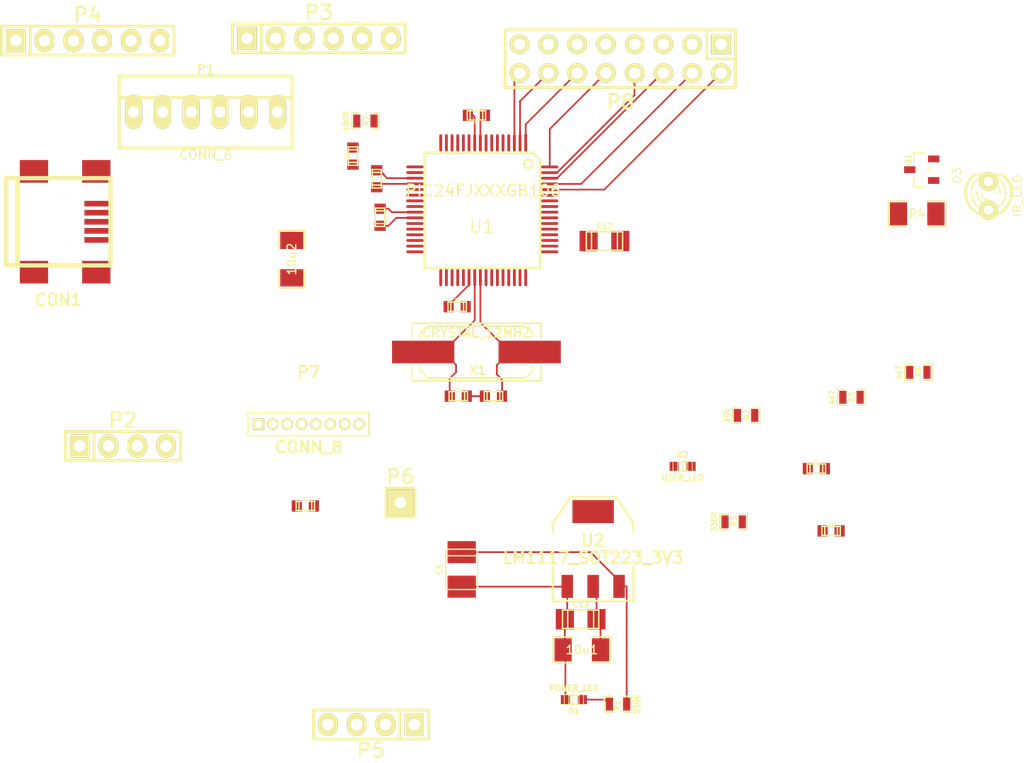
<source format=kicad_pcb>
(kicad_pcb (version 4) (host pcbnew "(2014-08-02 BZR 5044)-product")

  (general
    (links 91)
    (no_connects 83)
    (area 77.002999 45.1702 169.021307 112.8266)
    (thickness 1.6)
    (drawings 0)
    (tracks 85)
    (zones 0)
    (modules 38)
    (nets 92)
  )

  (page A4)
  (layers
    (0 F.Cu signal)
    (31 B.Cu signal)
    (32 B.Adhes user)
    (33 F.Adhes user)
    (34 B.Paste user)
    (35 F.Paste user)
    (36 B.SilkS user)
    (37 F.SilkS user)
    (38 B.Mask user)
    (39 F.Mask user)
    (40 Dwgs.User user)
    (41 Cmts.User user)
    (42 Eco1.User user)
    (43 Eco2.User user)
    (44 Edge.Cuts user)
  )

  (setup
    (last_trace_width 0.15)
    (trace_clearance 0.15)
    (zone_clearance 0.508)
    (zone_45_only no)
    (trace_min 0.15)
    (segment_width 0.2)
    (edge_width 0.15)
    (via_size 0.889)
    (via_drill 0.635)
    (via_min_size 0.889)
    (via_min_drill 0.508)
    (uvia_size 0.508)
    (uvia_drill 0.127)
    (uvias_allowed no)
    (uvia_min_size 0.508)
    (uvia_min_drill 0.127)
    (pcb_text_width 0.3)
    (pcb_text_size 1 1)
    (mod_edge_width 0.15)
    (mod_text_size 1 1)
    (mod_text_width 0.15)
    (pad_size 1 1)
    (pad_drill 0.6)
    (pad_to_mask_clearance 0)
    (aux_axis_origin 0 0)
    (visible_elements 7FFFFFFF)
    (pcbplotparams
      (layerselection 0x00030_80000001)
      (usegerberextensions true)
      (excludeedgelayer true)
      (linewidth 0.150000)
      (plotframeref false)
      (viasonmask false)
      (mode 1)
      (useauxorigin false)
      (hpglpennumber 1)
      (hpglpenspeed 20)
      (hpglpendiameter 15)
      (hpglpenoverlay 2)
      (psnegative false)
      (psa4output false)
      (plotreference true)
      (plotvalue true)
      (plotinvisibletext false)
      (padsonsilk false)
      (subtractmaskfromsilk false)
      (outputformat 1)
      (mirror false)
      (drillshape 1)
      (scaleselection 1)
      (outputdirectory ""))
  )

  (net 0 "")
  (net 1 +3.3V)
  (net 2 +5V)
  (net 3 /RE0)
  (net 4 /RE1)
  (net 5 /RE2)
  (net 6 /RE3)
  (net 7 /RE4)
  (net 8 /RE5)
  (net 9 /RE6)
  (net 10 /RE7)
  (net 11 /VUSB)
  (net 12 GND)
  (net 13 N-0000050)
  (net 14 PGC)
  (net 15 PGD)
  (net 16 SCL)
  (net 17 SDA)
  (net 18 ~MCLR~)
  (net 19 "Net-(C9-Pad1)")
  (net 20 "Net-(C10-Pad1)")
  (net 21 "Net-(C12-Pad1)")
  (net 22 D-)
  (net 23 D+)
  (net 24 "Net-(CON1-Pad4)")
  (net 25 "Net-(D1-Pad1)")
  (net 26 "Net-(D2-Pad1)")
  (net 27 "Net-(D3-Pad1)")
  (net 28 "Net-(D3-Pad2)")
  (net 29 "Net-(P1-Pad6)")
  (net 30 P1D)
  (net 31 P1C)
  (net 32 P1B)
  (net 33 P1A)
  (net 34 /AN3)
  (net 35 /AN2)
  (net 36 /AN1)
  (net 37 /AN0)
  (net 38 /RX)
  (net 39 /TX)
  (net 40 "Net-(P7-Pad2)")
  (net 41 "Net-(P7-Pad3)")
  (net 42 ~LCD_RESET~)
  (net 43 "Net-(P8-Pad1)")
  (net 44 "Net-(P8-Pad3)")
  (net 45 "Net-(P8-Pad5)")
  (net 46 "Net-(P8-Pad7)")
  (net 47 "Net-(P8-Pad9)")
  (net 48 "Net-(P8-Pad11)")
  (net 49 "Net-(P8-Pad13)")
  (net 50 "Net-(P8-Pad15)")
  (net 51 /USER_LED)
  (net 52 "Net-(R7-Pad2)")
  (net 53 "Net-(U1-Pad4)")
  (net 54 "Net-(U1-Pad5)")
  (net 55 "Net-(U1-Pad6)")
  (net 56 "Net-(U1-Pad8)")
  (net 57 "Net-(U1-Pad11)")
  (net 58 "Net-(U1-Pad12)")
  (net 59 "Net-(U1-Pad13)")
  (net 60 "Net-(U1-Pad14)")
  (net 61 "Net-(U1-Pad15)")
  (net 62 "Net-(U1-Pad16)")
  (net 63 "Net-(U1-Pad21)")
  (net 64 "Net-(U1-Pad22)")
  (net 65 "Net-(U1-Pad23)")
  (net 66 "Net-(U1-Pad24)")
  (net 67 "Net-(U1-Pad27)")
  (net 68 "Net-(U1-Pad28)")
  (net 69 "Net-(U1-Pad29)")
  (net 70 "Net-(U1-Pad30)")
  (net 71 "Net-(U1-Pad31)")
  (net 72 "Net-(U1-Pad32)")
  (net 73 "Net-(U1-Pad33)")
  (net 74 "Net-(U1-Pad34)")
  (net 75 "Net-(U1-Pad35)")
  (net 76 "Net-(U1-Pad36)")
  (net 77 "Net-(U1-Pad37)")
  (net 78 "Net-(U1-Pad42)")
  (net 79 "Net-(U1-Pad45)")
  (net 80 "Net-(U1-Pad46)")
  (net 81 "Net-(U1-Pad47)")
  (net 82 "Net-(U1-Pad48)")
  (net 83 "Net-(U1-Pad49)")
  (net 84 "Net-(U1-Pad50)")
  (net 85 "Net-(U1-Pad52)")
  (net 86 "Net-(U1-Pad51)")
  (net 87 "Net-(U1-Pad53)")
  (net 88 "Net-(U1-Pad54)")
  (net 89 "Net-(U1-Pad55)")
  (net 90 "Net-(U1-Pad58)")
  (net 91 "Net-(U1-Pad59)")

  (net_class Default "Dies ist die voreingestellte Netzklasse."
    (clearance 0.15)
    (trace_width 0.15)
    (via_dia 0.889)
    (via_drill 0.635)
    (uvia_dia 0.508)
    (uvia_drill 0.127)
    (add_net +3.3V)
    (add_net +5V)
    (add_net /AN0)
    (add_net /AN1)
    (add_net /AN2)
    (add_net /AN3)
    (add_net /RE0)
    (add_net /RE1)
    (add_net /RE2)
    (add_net /RE3)
    (add_net /RE4)
    (add_net /RE5)
    (add_net /RE6)
    (add_net /RE7)
    (add_net /RX)
    (add_net /TX)
    (add_net /USER_LED)
    (add_net /VUSB)
    (add_net D+)
    (add_net D-)
    (add_net GND)
    (add_net IR_LED)
    (add_net N-0000050)
    (add_net "Net-(C10-Pad1)")
    (add_net "Net-(C12-Pad1)")
    (add_net "Net-(C9-Pad1)")
    (add_net "Net-(CON1-Pad4)")
    (add_net "Net-(D1-Pad1)")
    (add_net "Net-(D2-Pad1)")
    (add_net "Net-(D3-Pad1)")
    (add_net "Net-(D3-Pad2)")
    (add_net "Net-(P1-Pad6)")
    (add_net "Net-(P7-Pad2)")
    (add_net "Net-(P7-Pad3)")
    (add_net "Net-(P8-Pad1)")
    (add_net "Net-(P8-Pad11)")
    (add_net "Net-(P8-Pad13)")
    (add_net "Net-(P8-Pad15)")
    (add_net "Net-(P8-Pad3)")
    (add_net "Net-(P8-Pad5)")
    (add_net "Net-(P8-Pad7)")
    (add_net "Net-(P8-Pad9)")
    (add_net "Net-(R7-Pad2)")
    (add_net "Net-(U1-Pad11)")
    (add_net "Net-(U1-Pad12)")
    (add_net "Net-(U1-Pad13)")
    (add_net "Net-(U1-Pad14)")
    (add_net "Net-(U1-Pad15)")
    (add_net "Net-(U1-Pad16)")
    (add_net "Net-(U1-Pad21)")
    (add_net "Net-(U1-Pad22)")
    (add_net "Net-(U1-Pad23)")
    (add_net "Net-(U1-Pad24)")
    (add_net "Net-(U1-Pad27)")
    (add_net "Net-(U1-Pad28)")
    (add_net "Net-(U1-Pad29)")
    (add_net "Net-(U1-Pad30)")
    (add_net "Net-(U1-Pad31)")
    (add_net "Net-(U1-Pad32)")
    (add_net "Net-(U1-Pad33)")
    (add_net "Net-(U1-Pad34)")
    (add_net "Net-(U1-Pad35)")
    (add_net "Net-(U1-Pad36)")
    (add_net "Net-(U1-Pad37)")
    (add_net "Net-(U1-Pad4)")
    (add_net "Net-(U1-Pad42)")
    (add_net "Net-(U1-Pad45)")
    (add_net "Net-(U1-Pad46)")
    (add_net "Net-(U1-Pad47)")
    (add_net "Net-(U1-Pad48)")
    (add_net "Net-(U1-Pad49)")
    (add_net "Net-(U1-Pad5)")
    (add_net "Net-(U1-Pad50)")
    (add_net "Net-(U1-Pad51)")
    (add_net "Net-(U1-Pad52)")
    (add_net "Net-(U1-Pad53)")
    (add_net "Net-(U1-Pad54)")
    (add_net "Net-(U1-Pad55)")
    (add_net "Net-(U1-Pad58)")
    (add_net "Net-(U1-Pad59)")
    (add_net "Net-(U1-Pad6)")
    (add_net "Net-(U1-Pad8)")
    (add_net P1A)
    (add_net P1B)
    (add_net P1C)
    (add_net P1D)
    (add_net PGC)
    (add_net PGD)
    (add_net SCL)
    (add_net SDA)
    (add_net ~LCD_RESET~)
    (add_net ~MCLR~)
  )

  (module c_tant_B (layer F.Cu) (tedit 4D5D91C5) (tstamp 53DFF3ED)
    (at 117.9 95.7 90)
    (descr "SMT capacitor, tantalum size B")
    (path /52D43BC9)
    (fp_text reference C1 (at 0 -1.9685 90) (layer F.SilkS)
      (effects (font (size 0.50038 0.50038) (thickness 0.11938)))
    )
    (fp_text value 47uF (at 0 1.9685 90) (layer F.SilkS) hide
      (effects (font (size 0.50038 0.50038) (thickness 0.11938)))
    )
    (fp_line (start 1.2065 -1.397) (end 1.2065 1.397) (layer F.SilkS) (width 0.127))
    (fp_line (start 1.778 -1.397) (end -1.778 -1.397) (layer F.SilkS) (width 0.127))
    (fp_line (start -1.778 -1.397) (end -1.778 1.397) (layer F.SilkS) (width 0.127))
    (fp_line (start -1.778 1.397) (end 1.778 1.397) (layer F.SilkS) (width 0.127))
    (fp_line (start 1.778 1.397) (end 1.778 -1.397) (layer F.SilkS) (width 0.127))
    (pad 1 smd rect (at 1.524 0 90) (size 1.95072 2.49936) (layers F.Cu F.Paste F.Mask)
      (net 2 +5V))
    (pad 2 smd rect (at -1.524 0 90) (size 1.95072 2.49936) (layers F.Cu F.Paste F.Mask)
      (net 12 GND))
    (model smd/capacitors/c_tant_B.wrl
      (at (xyz 0 0 0))
      (scale (xyz 1 1 1))
      (rotate (xyz 0 0 0))
    )
  )

  (module SM1206 (layer F.Cu) (tedit 42806E24) (tstamp 53DFF3D1)
    (at 128.5 102.8 180)
    (path /53DC0A22)
    (attr smd)
    (fp_text reference 10u1 (at 0 0 180) (layer F.SilkS)
      (effects (font (size 0.762 0.762) (thickness 0.127)))
    )
    (fp_text value C (at 0 0 180) (layer F.SilkS) hide
      (effects (font (size 0.762 0.762) (thickness 0.127)))
    )
    (fp_line (start -2.54 -1.143) (end -2.54 1.143) (layer F.SilkS) (width 0.127))
    (fp_line (start -2.54 1.143) (end -0.889 1.143) (layer F.SilkS) (width 0.127))
    (fp_line (start 0.889 -1.143) (end 2.54 -1.143) (layer F.SilkS) (width 0.127))
    (fp_line (start 2.54 -1.143) (end 2.54 1.143) (layer F.SilkS) (width 0.127))
    (fp_line (start 2.54 1.143) (end 0.889 1.143) (layer F.SilkS) (width 0.127))
    (fp_line (start -0.889 -1.143) (end -2.54 -1.143) (layer F.SilkS) (width 0.127))
    (pad 1 smd rect (at -1.651 0 180) (size 1.524 2.032) (layers F.Cu F.Paste F.Mask)
      (net 1 +3.3V))
    (pad 2 smd rect (at 1.651 0 180) (size 1.524 2.032) (layers F.Cu F.Paste F.Mask)
      (net 12 GND))
    (model smd/chip_cms.wrl
      (at (xyz 0 0 0))
      (scale (xyz 0.1700000017881393 0.1599999964237213 0.1599999964237213))
      (rotate (xyz 0 0 0))
    )
  )

  (module SM1206 (layer F.Cu) (tedit 42806E24) (tstamp 53DFED77)
    (at 102.9 68.3 90)
    (path /53DA26B9/53DC00CE)
    (attr smd)
    (fp_text reference 10u2 (at 0 0 90) (layer F.SilkS)
      (effects (font (size 0.762 0.762) (thickness 0.127)))
    )
    (fp_text value C (at 0 0 90) (layer F.SilkS) hide
      (effects (font (size 0.762 0.762) (thickness 0.127)))
    )
    (fp_line (start -2.54 -1.143) (end -2.54 1.143) (layer F.SilkS) (width 0.127))
    (fp_line (start -2.54 1.143) (end -0.889 1.143) (layer F.SilkS) (width 0.127))
    (fp_line (start 0.889 -1.143) (end 2.54 -1.143) (layer F.SilkS) (width 0.127))
    (fp_line (start 2.54 -1.143) (end 2.54 1.143) (layer F.SilkS) (width 0.127))
    (fp_line (start 2.54 1.143) (end 0.889 1.143) (layer F.SilkS) (width 0.127))
    (fp_line (start -0.889 -1.143) (end -2.54 -1.143) (layer F.SilkS) (width 0.127))
    (pad 1 smd rect (at -1.651 0 90) (size 1.524 2.032) (layers F.Cu F.Paste F.Mask)
      (net 12 GND))
    (pad 2 smd rect (at 1.651 0 90) (size 1.524 2.032) (layers F.Cu F.Paste F.Mask)
      (net 13 N-0000050))
    (model smd/chip_cms.wrl
      (at (xyz 0 0 0))
      (scale (xyz 0.1700000017881393 0.1599999964237213 0.1599999964237213))
      (rotate (xyz 0 0 0))
    )
  )

  (module pin_array_8_50mil (layer F.Cu) (tedit 52D901DA) (tstamp 53DC040C)
    (at 104.4 81.6)
    (descr "Double rangee de contacts 2 x 8 pins")
    (tags CONN)
    (path /52D8FEBD)
    (fp_text reference P7 (at 0 -3.302) (layer F.SilkS)
      (effects (font (size 1.016 1.016) (thickness 0.2032)))
    )
    (fp_text value CONN_8 (at 0 3.302) (layer F.SilkS)
      (effects (font (size 1.016 1.016) (thickness 0.2032)))
    )
    (fp_line (start -5.334 0.254) (end 5.334 0.254) (layer F.SilkS) (width 0.15))
    (fp_line (start 5.334 0.254) (end 5.334 2.032) (layer F.SilkS) (width 0.15))
    (fp_line (start 5.334 2.032) (end 5.334 2.286) (layer F.SilkS) (width 0.15))
    (fp_line (start 5.334 2.286) (end -5.334 2.286) (layer F.SilkS) (width 0.15))
    (fp_line (start -5.334 2.286) (end -5.334 0.254) (layer F.SilkS) (width 0.15))
    (pad 1 thru_hole rect (at -4.445 1.27) (size 1.016 1.016) (drill 0.635) (layers *.Cu *.Mask F.SilkS)
      (net 2 +5V))
    (pad 2 thru_hole circle (at -3.175 1.27) (size 1.016 1.016) (drill 0.635) (layers *.Cu *.Mask F.SilkS)
      (net 40 "Net-(P7-Pad2)"))
    (pad 3 thru_hole circle (at -1.905 1.27) (size 1.016 1.016) (drill 0.635) (layers *.Cu *.Mask F.SilkS)
      (net 41 "Net-(P7-Pad3)"))
    (pad 4 thru_hole circle (at -0.635 1.27) (size 1.016 1.016) (drill 0.635) (layers *.Cu *.Mask F.SilkS)
      (net 2 +5V))
    (pad 5 thru_hole circle (at 0.635 1.27) (size 1.016 1.016) (drill 0.635) (layers *.Cu *.Mask F.SilkS)
      (net 12 GND))
    (pad 6 thru_hole circle (at 1.905 1.27) (size 1.016 1.016) (drill 0.635) (layers *.Cu *.Mask F.SilkS)
      (net 17 SDA))
    (pad 7 thru_hole circle (at 3.175 1.27) (size 1.016 1.016) (drill 0.635) (layers *.Cu *.Mask F.SilkS)
      (net 16 SCL))
    (pad 8 thru_hole circle (at 4.445 1.27) (size 1.016 1.016) (drill 0.635) (layers *.Cu *.Mask F.SilkS)
      (net 42 ~LCD_RESET~))
    (model pin_array/pins_array_8x2.wrl
      (at (xyz 0 0 0))
      (scale (xyz 1 1 1))
      (rotate (xyz 0 0 0))
    )
  )

  (module Capacitors_SMD:c_0603 (layer F.Cu) (tedit 53DFF0F1) (tstamp 53DFF15B)
    (at 150.5 92.3)
    (descr "SMT capacitor, 0603")
    (path /52D44076)
    (fp_text reference C2 (at 0 -0.635) (layer F.SilkS)
      (effects (font (size 0.20066 0.20066) (thickness 0.04064)))
    )
    (fp_text value 100n (at 0 0.635) (layer F.SilkS) hide
      (effects (font (size 0.20066 0.20066) (thickness 0.04064)))
    )
    (fp_line (start 0.5588 0.4064) (end 0.5588 -0.4064) (layer F.SilkS) (width 0.127))
    (fp_line (start -0.5588 -0.381) (end -0.5588 0.4064) (layer F.SilkS) (width 0.127))
    (fp_line (start -0.8128 -0.4064) (end 0.8128 -0.4064) (layer F.SilkS) (width 0.127))
    (fp_line (start 0.8128 -0.4064) (end 0.8128 0.4064) (layer F.SilkS) (width 0.127))
    (fp_line (start 0.8128 0.4064) (end -0.8128 0.4064) (layer F.SilkS) (width 0.127))
    (fp_line (start -0.8128 0.4064) (end -0.8128 -0.4064) (layer F.SilkS) (width 0.127))
    (pad 1 smd rect (at 0.75184 0) (size 0.89916 1.00076) (layers F.Cu F.Paste F.Mask)
      (net 12 GND))
    (pad 2 smd rect (at -0.75184 0) (size 0.89916 1.00076) (layers F.Cu F.Paste F.Mask)
      (net 2 +5V))
    (model smd/capacitors/c_0603.wrl
      (at (xyz 0 0 0))
      (scale (xyz 1 1 1))
      (rotate (xyz 0 0 0))
    )
  )

  (module Capacitors_SMD:c_0603 (layer F.Cu) (tedit 53DFF0F1) (tstamp 53DFF160)
    (at 117.5 72.5)
    (descr "SMT capacitor, 0603")
    (path /53DA26B9/53DA3435)
    (fp_text reference C3 (at 0 -0.635) (layer F.SilkS)
      (effects (font (size 0.20066 0.20066) (thickness 0.04064)))
    )
    (fp_text value 100n (at 0 0.635) (layer F.SilkS) hide
      (effects (font (size 0.20066 0.20066) (thickness 0.04064)))
    )
    (fp_line (start 0.5588 0.4064) (end 0.5588 -0.4064) (layer F.SilkS) (width 0.127))
    (fp_line (start -0.5588 -0.381) (end -0.5588 0.4064) (layer F.SilkS) (width 0.127))
    (fp_line (start -0.8128 -0.4064) (end 0.8128 -0.4064) (layer F.SilkS) (width 0.127))
    (fp_line (start 0.8128 -0.4064) (end 0.8128 0.4064) (layer F.SilkS) (width 0.127))
    (fp_line (start 0.8128 0.4064) (end -0.8128 0.4064) (layer F.SilkS) (width 0.127))
    (fp_line (start -0.8128 0.4064) (end -0.8128 -0.4064) (layer F.SilkS) (width 0.127))
    (pad 1 smd rect (at 0.75184 0) (size 0.89916 1.00076) (layers F.Cu F.Paste F.Mask)
      (net 12 GND))
    (pad 2 smd rect (at -0.75184 0) (size 0.89916 1.00076) (layers F.Cu F.Paste F.Mask)
      (net 1 +3.3V))
    (model smd/capacitors/c_0603.wrl
      (at (xyz 0 0 0))
      (scale (xyz 1 1 1))
      (rotate (xyz 0 0 0))
    )
  )

  (module Capacitors_SMD:c_0603 (layer F.Cu) (tedit 53DFF0F1) (tstamp 53DFF165)
    (at 110.4 61.2 270)
    (descr "SMT capacitor, 0603")
    (path /53DA26B9/53DA3506)
    (fp_text reference C4 (at 0 -0.635 270) (layer F.SilkS)
      (effects (font (size 0.20066 0.20066) (thickness 0.04064)))
    )
    (fp_text value 100n (at 0 0.635 270) (layer F.SilkS) hide
      (effects (font (size 0.20066 0.20066) (thickness 0.04064)))
    )
    (fp_line (start 0.5588 0.4064) (end 0.5588 -0.4064) (layer F.SilkS) (width 0.127))
    (fp_line (start -0.5588 -0.381) (end -0.5588 0.4064) (layer F.SilkS) (width 0.127))
    (fp_line (start -0.8128 -0.4064) (end 0.8128 -0.4064) (layer F.SilkS) (width 0.127))
    (fp_line (start 0.8128 -0.4064) (end 0.8128 0.4064) (layer F.SilkS) (width 0.127))
    (fp_line (start 0.8128 0.4064) (end -0.8128 0.4064) (layer F.SilkS) (width 0.127))
    (fp_line (start -0.8128 0.4064) (end -0.8128 -0.4064) (layer F.SilkS) (width 0.127))
    (pad 1 smd rect (at 0.75184 0 270) (size 0.89916 1.00076) (layers F.Cu F.Paste F.Mask)
      (net 12 GND))
    (pad 2 smd rect (at -0.75184 0 270) (size 0.89916 1.00076) (layers F.Cu F.Paste F.Mask)
      (net 1 +3.3V))
    (model smd/capacitors/c_0603.wrl
      (at (xyz 0 0 0))
      (scale (xyz 1 1 1))
      (rotate (xyz 0 0 0))
    )
  )

  (module Capacitors_SMD:c_0603 (layer F.Cu) (tedit 53DFF0F1) (tstamp 53DFF16A)
    (at 104.1 90.1)
    (descr "SMT capacitor, 0603")
    (path /52D44DE2)
    (fp_text reference C5 (at 0 -0.635) (layer F.SilkS)
      (effects (font (size 0.20066 0.20066) (thickness 0.04064)))
    )
    (fp_text value 100n (at 0 0.635) (layer F.SilkS) hide
      (effects (font (size 0.20066 0.20066) (thickness 0.04064)))
    )
    (fp_line (start 0.5588 0.4064) (end 0.5588 -0.4064) (layer F.SilkS) (width 0.127))
    (fp_line (start -0.5588 -0.381) (end -0.5588 0.4064) (layer F.SilkS) (width 0.127))
    (fp_line (start -0.8128 -0.4064) (end 0.8128 -0.4064) (layer F.SilkS) (width 0.127))
    (fp_line (start 0.8128 -0.4064) (end 0.8128 0.4064) (layer F.SilkS) (width 0.127))
    (fp_line (start 0.8128 0.4064) (end -0.8128 0.4064) (layer F.SilkS) (width 0.127))
    (fp_line (start -0.8128 0.4064) (end -0.8128 -0.4064) (layer F.SilkS) (width 0.127))
    (pad 1 smd rect (at 0.75184 0) (size 0.89916 1.00076) (layers F.Cu F.Paste F.Mask)
      (net 11 /VUSB))
    (pad 2 smd rect (at -0.75184 0) (size 0.89916 1.00076) (layers F.Cu F.Paste F.Mask)
      (net 12 GND))
    (model smd/capacitors/c_0603.wrl
      (at (xyz 0 0 0))
      (scale (xyz 1 1 1))
      (rotate (xyz 0 0 0))
    )
  )

  (module Capacitors_SMD:c_0603 (layer F.Cu) (tedit 53DFF0F1) (tstamp 53DFF16F)
    (at 149.2 86.8)
    (descr "SMT capacitor, 0603")
    (path /52D44088)
    (fp_text reference C6 (at 0 -0.635) (layer F.SilkS)
      (effects (font (size 0.20066 0.20066) (thickness 0.04064)))
    )
    (fp_text value 100n (at 0 0.635) (layer F.SilkS) hide
      (effects (font (size 0.20066 0.20066) (thickness 0.04064)))
    )
    (fp_line (start 0.5588 0.4064) (end 0.5588 -0.4064) (layer F.SilkS) (width 0.127))
    (fp_line (start -0.5588 -0.381) (end -0.5588 0.4064) (layer F.SilkS) (width 0.127))
    (fp_line (start -0.8128 -0.4064) (end 0.8128 -0.4064) (layer F.SilkS) (width 0.127))
    (fp_line (start 0.8128 -0.4064) (end 0.8128 0.4064) (layer F.SilkS) (width 0.127))
    (fp_line (start 0.8128 0.4064) (end -0.8128 0.4064) (layer F.SilkS) (width 0.127))
    (fp_line (start -0.8128 0.4064) (end -0.8128 -0.4064) (layer F.SilkS) (width 0.127))
    (pad 1 smd rect (at 0.75184 0) (size 0.89916 1.00076) (layers F.Cu F.Paste F.Mask)
      (net 12 GND))
    (pad 2 smd rect (at -0.75184 0) (size 0.89916 1.00076) (layers F.Cu F.Paste F.Mask)
      (net 2 +5V))
    (model smd/capacitors/c_0603.wrl
      (at (xyz 0 0 0))
      (scale (xyz 1 1 1))
      (rotate (xyz 0 0 0))
    )
  )

  (module Capacitors_SMD:c_0603 (layer F.Cu) (tedit 53DFF0F1) (tstamp 53DFF174)
    (at 119.2 55.6 180)
    (descr "SMT capacitor, 0603")
    (path /53DA26B9/53DA35D7)
    (fp_text reference C7 (at 0 -0.635 180) (layer F.SilkS)
      (effects (font (size 0.20066 0.20066) (thickness 0.04064)))
    )
    (fp_text value 100n (at 0 0.635 180) (layer F.SilkS) hide
      (effects (font (size 0.20066 0.20066) (thickness 0.04064)))
    )
    (fp_line (start 0.5588 0.4064) (end 0.5588 -0.4064) (layer F.SilkS) (width 0.127))
    (fp_line (start -0.5588 -0.381) (end -0.5588 0.4064) (layer F.SilkS) (width 0.127))
    (fp_line (start -0.8128 -0.4064) (end 0.8128 -0.4064) (layer F.SilkS) (width 0.127))
    (fp_line (start 0.8128 -0.4064) (end 0.8128 0.4064) (layer F.SilkS) (width 0.127))
    (fp_line (start 0.8128 0.4064) (end -0.8128 0.4064) (layer F.SilkS) (width 0.127))
    (fp_line (start -0.8128 0.4064) (end -0.8128 -0.4064) (layer F.SilkS) (width 0.127))
    (pad 1 smd rect (at 0.75184 0 180) (size 0.89916 1.00076) (layers F.Cu F.Paste F.Mask)
      (net 12 GND))
    (pad 2 smd rect (at -0.75184 0 180) (size 0.89916 1.00076) (layers F.Cu F.Paste F.Mask)
      (net 1 +3.3V))
    (model smd/capacitors/c_0603.wrl
      (at (xyz 0 0 0))
      (scale (xyz 1 1 1))
      (rotate (xyz 0 0 0))
    )
  )

  (module Capacitors_SMD:c_0603 (layer F.Cu) (tedit 53DFF0F1) (tstamp 53DFF179)
    (at 110.7 64.6 270)
    (descr "SMT capacitor, 0603")
    (path /53DA26B9/53DA3748)
    (fp_text reference C8 (at 0 -0.635 270) (layer F.SilkS)
      (effects (font (size 0.20066 0.20066) (thickness 0.04064)))
    )
    (fp_text value 100n (at 0 0.635 270) (layer F.SilkS) hide
      (effects (font (size 0.20066 0.20066) (thickness 0.04064)))
    )
    (fp_line (start 0.5588 0.4064) (end 0.5588 -0.4064) (layer F.SilkS) (width 0.127))
    (fp_line (start -0.5588 -0.381) (end -0.5588 0.4064) (layer F.SilkS) (width 0.127))
    (fp_line (start -0.8128 -0.4064) (end 0.8128 -0.4064) (layer F.SilkS) (width 0.127))
    (fp_line (start 0.8128 -0.4064) (end 0.8128 0.4064) (layer F.SilkS) (width 0.127))
    (fp_line (start 0.8128 0.4064) (end -0.8128 0.4064) (layer F.SilkS) (width 0.127))
    (fp_line (start -0.8128 0.4064) (end -0.8128 -0.4064) (layer F.SilkS) (width 0.127))
    (pad 1 smd rect (at 0.75184 0 270) (size 0.89916 1.00076) (layers F.Cu F.Paste F.Mask)
      (net 12 GND))
    (pad 2 smd rect (at -0.75184 0 270) (size 0.89916 1.00076) (layers F.Cu F.Paste F.Mask)
      (net 1 +3.3V))
    (model smd/capacitors/c_0603.wrl
      (at (xyz 0 0 0))
      (scale (xyz 1 1 1))
      (rotate (xyz 0 0 0))
    )
  )

  (module Capacitors_SMD:c_0603 (layer F.Cu) (tedit 53DFF0F1) (tstamp 53DFF17E)
    (at 117.6 80.4)
    (descr "SMT capacitor, 0603")
    (path /53DA26B9/53DA330C)
    (fp_text reference C9 (at 0 -0.635) (layer F.SilkS)
      (effects (font (size 0.20066 0.20066) (thickness 0.04064)))
    )
    (fp_text value 22p (at 0 0.635) (layer F.SilkS) hide
      (effects (font (size 0.20066 0.20066) (thickness 0.04064)))
    )
    (fp_line (start 0.5588 0.4064) (end 0.5588 -0.4064) (layer F.SilkS) (width 0.127))
    (fp_line (start -0.5588 -0.381) (end -0.5588 0.4064) (layer F.SilkS) (width 0.127))
    (fp_line (start -0.8128 -0.4064) (end 0.8128 -0.4064) (layer F.SilkS) (width 0.127))
    (fp_line (start 0.8128 -0.4064) (end 0.8128 0.4064) (layer F.SilkS) (width 0.127))
    (fp_line (start 0.8128 0.4064) (end -0.8128 0.4064) (layer F.SilkS) (width 0.127))
    (fp_line (start -0.8128 0.4064) (end -0.8128 -0.4064) (layer F.SilkS) (width 0.127))
    (pad 1 smd rect (at 0.75184 0) (size 0.89916 1.00076) (layers F.Cu F.Paste F.Mask)
      (net 19 "Net-(C9-Pad1)"))
    (pad 2 smd rect (at -0.75184 0) (size 0.89916 1.00076) (layers F.Cu F.Paste F.Mask)
      (net 12 GND))
    (model smd/capacitors/c_0603.wrl
      (at (xyz 0 0 0))
      (scale (xyz 1 1 1))
      (rotate (xyz 0 0 0))
    )
  )

  (module Capacitors_SMD:c_0603 (layer F.Cu) (tedit 53DFF0F1) (tstamp 53DFF183)
    (at 120.7 80.4 180)
    (descr "SMT capacitor, 0603")
    (path /53DA26B9/53DA3319)
    (fp_text reference C10 (at 0 -0.635 180) (layer F.SilkS)
      (effects (font (size 0.20066 0.20066) (thickness 0.04064)))
    )
    (fp_text value 22p (at 0 0.635 180) (layer F.SilkS) hide
      (effects (font (size 0.20066 0.20066) (thickness 0.04064)))
    )
    (fp_line (start 0.5588 0.4064) (end 0.5588 -0.4064) (layer F.SilkS) (width 0.127))
    (fp_line (start -0.5588 -0.381) (end -0.5588 0.4064) (layer F.SilkS) (width 0.127))
    (fp_line (start -0.8128 -0.4064) (end 0.8128 -0.4064) (layer F.SilkS) (width 0.127))
    (fp_line (start 0.8128 -0.4064) (end 0.8128 0.4064) (layer F.SilkS) (width 0.127))
    (fp_line (start 0.8128 0.4064) (end -0.8128 0.4064) (layer F.SilkS) (width 0.127))
    (fp_line (start -0.8128 0.4064) (end -0.8128 -0.4064) (layer F.SilkS) (width 0.127))
    (pad 1 smd rect (at 0.75184 0 180) (size 0.89916 1.00076) (layers F.Cu F.Paste F.Mask)
      (net 20 "Net-(C10-Pad1)"))
    (pad 2 smd rect (at -0.75184 0 180) (size 0.89916 1.00076) (layers F.Cu F.Paste F.Mask)
      (net 12 GND))
    (model smd/capacitors/c_0603.wrl
      (at (xyz 0 0 0))
      (scale (xyz 1 1 1))
      (rotate (xyz 0 0 0))
    )
  )

  (module Capacitors_SMD:c_0603 (layer F.Cu) (tedit 53DFF0F1) (tstamp 53DFF188)
    (at 108.3 59.2 90)
    (descr "SMT capacitor, 0603")
    (path /53DA26B9/53DEB257)
    (fp_text reference C11 (at 0 -0.635 90) (layer F.SilkS)
      (effects (font (size 0.20066 0.20066) (thickness 0.04064)))
    )
    (fp_text value 100n (at 0 0.635 90) (layer F.SilkS) hide
      (effects (font (size 0.20066 0.20066) (thickness 0.04064)))
    )
    (fp_line (start 0.5588 0.4064) (end 0.5588 -0.4064) (layer F.SilkS) (width 0.127))
    (fp_line (start -0.5588 -0.381) (end -0.5588 0.4064) (layer F.SilkS) (width 0.127))
    (fp_line (start -0.8128 -0.4064) (end 0.8128 -0.4064) (layer F.SilkS) (width 0.127))
    (fp_line (start 0.8128 -0.4064) (end 0.8128 0.4064) (layer F.SilkS) (width 0.127))
    (fp_line (start 0.8128 0.4064) (end -0.8128 0.4064) (layer F.SilkS) (width 0.127))
    (fp_line (start -0.8128 0.4064) (end -0.8128 -0.4064) (layer F.SilkS) (width 0.127))
    (pad 1 smd rect (at 0.75184 0 90) (size 0.89916 1.00076) (layers F.Cu F.Paste F.Mask)
      (net 12 GND))
    (pad 2 smd rect (at -0.75184 0 90) (size 0.89916 1.00076) (layers F.Cu F.Paste F.Mask)
      (net 18 ~MCLR~))
    (model smd/capacitors/c_0603.wrl
      (at (xyz 0 0 0))
      (scale (xyz 1 1 1))
      (rotate (xyz 0 0 0))
    )
  )

  (module Capacitors_SMD:c_1206 (layer F.Cu) (tedit 53DFF0F1) (tstamp 53DFF18D)
    (at 130.5 66.7)
    (descr "SMT capacitor, 1206")
    (path /53DA26B9/53DC00CE)
    (fp_text reference C12 (at 0.0254 -1.2954) (layer F.SilkS)
      (effects (font (size 0.50038 0.50038) (thickness 0.11938)))
    )
    (fp_text value 10u (at 0 1.27) (layer F.SilkS) hide
      (effects (font (size 0.50038 0.50038) (thickness 0.11938)))
    )
    (fp_line (start 1.143 0.8128) (end 1.143 -0.8128) (layer F.SilkS) (width 0.127))
    (fp_line (start -1.143 -0.8128) (end -1.143 0.8128) (layer F.SilkS) (width 0.127))
    (fp_line (start -1.6002 -0.8128) (end -1.6002 0.8128) (layer F.SilkS) (width 0.127))
    (fp_line (start -1.6002 0.8128) (end 1.6002 0.8128) (layer F.SilkS) (width 0.127))
    (fp_line (start 1.6002 0.8128) (end 1.6002 -0.8128) (layer F.SilkS) (width 0.127))
    (fp_line (start 1.6002 -0.8128) (end -1.6002 -0.8128) (layer F.SilkS) (width 0.127))
    (pad 1 smd rect (at 1.397 0) (size 1.6002 1.8034) (layers F.Cu F.Paste F.Mask)
      (net 21 "Net-(C12-Pad1)"))
    (pad 2 smd rect (at -1.397 0) (size 1.6002 1.8034) (layers F.Cu F.Paste F.Mask)
      (net 12 GND))
    (model smd/capacitors/c_1206.wrl
      (at (xyz 0 0 0))
      (scale (xyz 1 1 1))
      (rotate (xyz 0 0 0))
    )
  )

  (module Capacitors_SMD:c_1206 (layer F.Cu) (tedit 53DFF0F1) (tstamp 53DFF3D8)
    (at 128.4 100.1)
    (descr "SMT capacitor, 1206")
    (path /53DC0A22)
    (fp_text reference C13 (at 0.0254 -1.2954) (layer F.SilkS)
      (effects (font (size 0.50038 0.50038) (thickness 0.11938)))
    )
    (fp_text value 10u (at 0 1.27) (layer F.SilkS) hide
      (effects (font (size 0.50038 0.50038) (thickness 0.11938)))
    )
    (fp_line (start 1.143 0.8128) (end 1.143 -0.8128) (layer F.SilkS) (width 0.127))
    (fp_line (start -1.143 -0.8128) (end -1.143 0.8128) (layer F.SilkS) (width 0.127))
    (fp_line (start -1.6002 -0.8128) (end -1.6002 0.8128) (layer F.SilkS) (width 0.127))
    (fp_line (start -1.6002 0.8128) (end 1.6002 0.8128) (layer F.SilkS) (width 0.127))
    (fp_line (start 1.6002 0.8128) (end 1.6002 -0.8128) (layer F.SilkS) (width 0.127))
    (fp_line (start 1.6002 -0.8128) (end -1.6002 -0.8128) (layer F.SilkS) (width 0.127))
    (pad 1 smd rect (at 1.397 0) (size 1.6002 1.8034) (layers F.Cu F.Paste F.Mask)
      (net 1 +3.3V))
    (pad 2 smd rect (at -1.397 0) (size 1.6002 1.8034) (layers F.Cu F.Paste F.Mask)
      (net 12 GND))
    (model smd/capacitors/c_1206.wrl
      (at (xyz 0 0 0))
      (scale (xyz 1 1 1))
      (rotate (xyz 0 0 0))
    )
  )

  (module Connect:USB_MINI_B (layer F.Cu) (tedit 53DFF0F1) (tstamp 53DFF197)
    (at 82.3 65)
    (descr "USB Mini-B 5-pin SMD connector")
    (tags "USB, Mini-B, connector")
    (path /52D43B15)
    (fp_text reference CON1 (at 0 6.90118) (layer F.SilkS)
      (effects (font (size 1.016 1.016) (thickness 0.2032)))
    )
    (fp_text value USB-MINI-B (at 0 -7.0993) (layer F.SilkS) hide
      (effects (font (size 1.016 1.016) (thickness 0.2032)))
    )
    (fp_line (start -3.59918 -3.85064) (end -3.59918 3.85064) (layer F.SilkS) (width 0.381))
    (fp_line (start -4.59994 -3.85064) (end -4.59994 3.85064) (layer F.SilkS) (width 0.381))
    (fp_line (start -4.59994 3.85064) (end 4.59994 3.85064) (layer F.SilkS) (width 0.381))
    (fp_line (start 4.59994 3.85064) (end 4.59994 -3.85064) (layer F.SilkS) (width 0.381))
    (fp_line (start 4.59994 -3.85064) (end -4.59994 -3.85064) (layer F.SilkS) (width 0.381))
    (pad 1 smd rect (at 3.44932 -1.6002) (size 2.30124 0.50038) (layers F.Cu F.Paste F.Mask)
      (net 2 +5V))
    (pad 2 smd rect (at 3.44932 -0.8001) (size 2.30124 0.50038) (layers F.Cu F.Paste F.Mask)
      (net 22 D-))
    (pad 3 smd rect (at 3.44932 0) (size 2.30124 0.50038) (layers F.Cu F.Paste F.Mask)
      (net 23 D+))
    (pad 4 smd rect (at 3.44932 0.8001) (size 2.30124 0.50038) (layers F.Cu F.Paste F.Mask)
      (net 24 "Net-(CON1-Pad4)"))
    (pad 5 smd rect (at 3.44932 1.6002) (size 2.30124 0.50038) (layers F.Cu F.Paste F.Mask)
      (net 12 GND))
    (pad 6 smd rect (at 3.35026 -4.45008) (size 2.49936 1.99898) (layers F.Cu F.Paste F.Mask)
      (net 12 GND))
    (pad 7 smd rect (at -2.14884 -4.45008) (size 2.49936 1.99898) (layers F.Cu F.Paste F.Mask)
      (net 12 GND))
    (pad 8 smd rect (at 3.35026 4.45008) (size 2.49936 1.99898) (layers F.Cu F.Paste F.Mask)
      (net 12 GND))
    (pad 9 smd rect (at -2.14884 4.45008) (size 2.49936 1.99898) (layers F.Cu F.Paste F.Mask)
      (net 12 GND))
    (pad "" np_thru_hole circle (at 0.8509 -2.19964) (size 0.89916 0.89916) (drill 0.89916) (layers *.Cu *.Mask F.SilkS))
    (pad 2 np_thru_hole circle (at 0.8509 2.19964) (size 0.89916 0.89916) (drill 0.89916) (layers *.Cu *.Mask F.SilkS)
      (net 22 D-))
  )

  (module LEDs:LED-0603 (layer F.Cu) (tedit 53DFF0F1) (tstamp 53DFF3FB)
    (at 127.8 107.2 180)
    (descr "LED 0603 smd package")
    (tags "LED led 0603 SMD smd SMT smt smdled SMDLED smtled SMTLED")
    (path /52D45EB7)
    (attr smd)
    (fp_text reference D1 (at 0 -1.016 180) (layer F.SilkS)
      (effects (font (size 0.508 0.508) (thickness 0.127)))
    )
    (fp_text value POWER_LED (at 0 1.016 180) (layer F.SilkS)
      (effects (font (size 0.508 0.508) (thickness 0.127)))
    )
    (fp_line (start 0.44958 -0.44958) (end 0.44958 0.44958) (layer F.SilkS) (width 0.06604))
    (fp_line (start 0.44958 0.44958) (end 0.84836 0.44958) (layer F.SilkS) (width 0.06604))
    (fp_line (start 0.84836 -0.44958) (end 0.84836 0.44958) (layer F.SilkS) (width 0.06604))
    (fp_line (start 0.44958 -0.44958) (end 0.84836 -0.44958) (layer F.SilkS) (width 0.06604))
    (fp_line (start -0.84836 -0.44958) (end -0.84836 0.44958) (layer F.SilkS) (width 0.06604))
    (fp_line (start -0.84836 0.44958) (end -0.44958 0.44958) (layer F.SilkS) (width 0.06604))
    (fp_line (start -0.44958 -0.44958) (end -0.44958 0.44958) (layer F.SilkS) (width 0.06604))
    (fp_line (start -0.84836 -0.44958) (end -0.44958 -0.44958) (layer F.SilkS) (width 0.06604))
    (fp_line (start 0 -0.44958) (end 0 -0.29972) (layer F.SilkS) (width 0.06604))
    (fp_line (start 0 -0.29972) (end 0.29972 -0.29972) (layer F.SilkS) (width 0.06604))
    (fp_line (start 0.29972 -0.44958) (end 0.29972 -0.29972) (layer F.SilkS) (width 0.06604))
    (fp_line (start 0 -0.44958) (end 0.29972 -0.44958) (layer F.SilkS) (width 0.06604))
    (fp_line (start 0 0.29972) (end 0 0.44958) (layer F.SilkS) (width 0.06604))
    (fp_line (start 0 0.44958) (end 0.29972 0.44958) (layer F.SilkS) (width 0.06604))
    (fp_line (start 0.29972 0.29972) (end 0.29972 0.44958) (layer F.SilkS) (width 0.06604))
    (fp_line (start 0 0.29972) (end 0.29972 0.29972) (layer F.SilkS) (width 0.06604))
    (fp_line (start 0 -0.14986) (end 0 0.14986) (layer F.SilkS) (width 0.06604))
    (fp_line (start 0 0.14986) (end 0.29972 0.14986) (layer F.SilkS) (width 0.06604))
    (fp_line (start 0.29972 -0.14986) (end 0.29972 0.14986) (layer F.SilkS) (width 0.06604))
    (fp_line (start 0 -0.14986) (end 0.29972 -0.14986) (layer F.SilkS) (width 0.06604))
    (fp_line (start 0.44958 -0.39878) (end -0.44958 -0.39878) (layer F.SilkS) (width 0.1016))
    (fp_line (start 0.44958 0.39878) (end -0.44958 0.39878) (layer F.SilkS) (width 0.1016))
    (pad 1 smd rect (at -0.7493 0 180) (size 0.79756 0.79756) (layers F.Cu F.Paste F.Mask)
      (net 25 "Net-(D1-Pad1)"))
    (pad 2 smd rect (at 0.7493 0 180) (size 0.79756 0.79756) (layers F.Cu F.Paste F.Mask)
      (net 12 GND))
  )

  (module LEDs:LED-0603 (layer F.Cu) (tedit 53DFF0F1) (tstamp 53DFF1AA)
    (at 137.4 86.6)
    (descr "LED 0603 smd package")
    (tags "LED led 0603 SMD smd SMT smt smdled SMDLED smtled SMTLED")
    (path /52D45E2B)
    (attr smd)
    (fp_text reference D2 (at 0 -1.016) (layer F.SilkS)
      (effects (font (size 0.508 0.508) (thickness 0.127)))
    )
    (fp_text value USER_LED (at 0 1.016) (layer F.SilkS)
      (effects (font (size 0.508 0.508) (thickness 0.127)))
    )
    (fp_line (start 0.44958 -0.44958) (end 0.44958 0.44958) (layer F.SilkS) (width 0.06604))
    (fp_line (start 0.44958 0.44958) (end 0.84836 0.44958) (layer F.SilkS) (width 0.06604))
    (fp_line (start 0.84836 -0.44958) (end 0.84836 0.44958) (layer F.SilkS) (width 0.06604))
    (fp_line (start 0.44958 -0.44958) (end 0.84836 -0.44958) (layer F.SilkS) (width 0.06604))
    (fp_line (start -0.84836 -0.44958) (end -0.84836 0.44958) (layer F.SilkS) (width 0.06604))
    (fp_line (start -0.84836 0.44958) (end -0.44958 0.44958) (layer F.SilkS) (width 0.06604))
    (fp_line (start -0.44958 -0.44958) (end -0.44958 0.44958) (layer F.SilkS) (width 0.06604))
    (fp_line (start -0.84836 -0.44958) (end -0.44958 -0.44958) (layer F.SilkS) (width 0.06604))
    (fp_line (start 0 -0.44958) (end 0 -0.29972) (layer F.SilkS) (width 0.06604))
    (fp_line (start 0 -0.29972) (end 0.29972 -0.29972) (layer F.SilkS) (width 0.06604))
    (fp_line (start 0.29972 -0.44958) (end 0.29972 -0.29972) (layer F.SilkS) (width 0.06604))
    (fp_line (start 0 -0.44958) (end 0.29972 -0.44958) (layer F.SilkS) (width 0.06604))
    (fp_line (start 0 0.29972) (end 0 0.44958) (layer F.SilkS) (width 0.06604))
    (fp_line (start 0 0.44958) (end 0.29972 0.44958) (layer F.SilkS) (width 0.06604))
    (fp_line (start 0.29972 0.29972) (end 0.29972 0.44958) (layer F.SilkS) (width 0.06604))
    (fp_line (start 0 0.29972) (end 0.29972 0.29972) (layer F.SilkS) (width 0.06604))
    (fp_line (start 0 -0.14986) (end 0 0.14986) (layer F.SilkS) (width 0.06604))
    (fp_line (start 0 0.14986) (end 0.29972 0.14986) (layer F.SilkS) (width 0.06604))
    (fp_line (start 0.29972 -0.14986) (end 0.29972 0.14986) (layer F.SilkS) (width 0.06604))
    (fp_line (start 0 -0.14986) (end 0.29972 -0.14986) (layer F.SilkS) (width 0.06604))
    (fp_line (start 0.44958 -0.39878) (end -0.44958 -0.39878) (layer F.SilkS) (width 0.1016))
    (fp_line (start 0.44958 0.39878) (end -0.44958 0.39878) (layer F.SilkS) (width 0.1016))
    (pad 1 smd rect (at -0.7493 0) (size 0.79756 0.79756) (layers F.Cu F.Paste F.Mask)
      (net 26 "Net-(D2-Pad1)"))
    (pad 2 smd rect (at 0.7493 0) (size 0.79756 0.79756) (layers F.Cu F.Paste F.Mask)
      (net 12 GND))
  )

  (module LEDs:LED-3MM (layer F.Cu) (tedit 53DFF0F1) (tstamp 53DFF1AF)
    (at 164.4 62.7 90)
    (descr "LED 3mm - Lead pitch 100mil (2,54mm)")
    (tags "LED led 3mm 3MM 100mil 2,54mm")
    (path /52D45985)
    (fp_text reference D3 (at 1.778 -2.794 90) (layer F.SilkS)
      (effects (font (size 0.762 0.762) (thickness 0.0889)))
    )
    (fp_text value IR_LED (at 0 2.54 90) (layer F.SilkS)
      (effects (font (size 0.762 0.762) (thickness 0.0889)))
    )
    (fp_line (start 1.8288 1.27) (end 1.8288 -1.27) (layer F.SilkS) (width 0.254))
    (fp_arc (start 0.254 0) (end -1.27 0) (angle 39.8) (layer F.SilkS) (width 0.1524))
    (fp_arc (start 0.254 0) (end -0.88392 1.01092) (angle 41.6) (layer F.SilkS) (width 0.1524))
    (fp_arc (start 0.254 0) (end 1.4097 -0.9906) (angle 40.6) (layer F.SilkS) (width 0.1524))
    (fp_arc (start 0.254 0) (end 1.778 0) (angle 39.8) (layer F.SilkS) (width 0.1524))
    (fp_arc (start 0.254 0) (end 0.254 -1.524) (angle 54.4) (layer F.SilkS) (width 0.1524))
    (fp_arc (start 0.254 0) (end -0.9652 -0.9144) (angle 53.1) (layer F.SilkS) (width 0.1524))
    (fp_arc (start 0.254 0) (end 1.45542 0.93472) (angle 52.1) (layer F.SilkS) (width 0.1524))
    (fp_arc (start 0.254 0) (end 0.254 1.524) (angle 52.1) (layer F.SilkS) (width 0.1524))
    (fp_arc (start 0.254 0) (end -0.381 0) (angle 90) (layer F.SilkS) (width 0.1524))
    (fp_arc (start 0.254 0) (end -0.762 0) (angle 90) (layer F.SilkS) (width 0.1524))
    (fp_arc (start 0.254 0) (end 0.889 0) (angle 90) (layer F.SilkS) (width 0.1524))
    (fp_arc (start 0.254 0) (end 1.27 0) (angle 90) (layer F.SilkS) (width 0.1524))
    (fp_arc (start 0.254 0) (end 0.254 -2.032) (angle 50.1) (layer F.SilkS) (width 0.254))
    (fp_arc (start 0.254 0) (end -1.5367 -0.95504) (angle 61.9) (layer F.SilkS) (width 0.254))
    (fp_arc (start 0.254 0) (end 1.8034 1.31064) (angle 49.7) (layer F.SilkS) (width 0.254))
    (fp_arc (start 0.254 0) (end 0.254 2.032) (angle 60.2) (layer F.SilkS) (width 0.254))
    (fp_arc (start 0.254 0) (end -1.778 0) (angle 28.3) (layer F.SilkS) (width 0.254))
    (fp_arc (start 0.254 0) (end -1.47574 1.06426) (angle 31.6) (layer F.SilkS) (width 0.254))
    (pad 1 thru_hole circle (at -1.27 0 90) (size 1.6764 1.6764) (drill 0.8128) (layers *.Cu *.Mask F.SilkS)
      (net 27 "Net-(D3-Pad1)"))
    (pad 2 thru_hole circle (at 1.27 0 90) (size 1.6764 1.6764) (drill 0.8128) (layers *.Cu *.Mask F.SilkS)
      (net 28 "Net-(D3-Pad2)"))
    (model discret/leds/led3_vertical_verde.wrl
      (at (xyz 0 0 0))
      (scale (xyz 1 1 1))
      (rotate (xyz 0 0 0))
    )
  )

  (module Connect:PINHEAD1-6 (layer F.Cu) (tedit 53DFF0F1) (tstamp 53DFF1B4)
    (at 95.3 55.3)
    (path /52D46642)
    (attr virtual)
    (fp_text reference P1 (at 0 -3.75) (layer F.SilkS)
      (effects (font (size 0.8 0.8) (thickness 0.12)))
    )
    (fp_text value CONN_6 (at 0 3.81) (layer F.SilkS)
      (effects (font (size 0.8 0.8) (thickness 0.12)))
    )
    (fp_line (start 0 3.175) (end 7.62 3.175) (layer F.SilkS) (width 0.254))
    (fp_line (start 0 -1.27) (end 7.62 -1.27) (layer F.SilkS) (width 0.254))
    (fp_line (start 0 -3.175) (end 7.62 -3.175) (layer F.SilkS) (width 0.254))
    (fp_line (start -7.62 -3.175) (end -7.62 3.175) (layer F.SilkS) (width 0.254))
    (fp_line (start 7.62 -3.175) (end 7.62 3.175) (layer F.SilkS) (width 0.254))
    (fp_line (start 0 -1.27) (end -7.62 -1.27) (layer F.SilkS) (width 0.254))
    (fp_line (start -7.62 -3.175) (end 0 -3.175) (layer F.SilkS) (width 0.254))
    (fp_line (start 0 3.175) (end -7.62 3.175) (layer F.SilkS) (width 0.254))
    (pad 1 thru_hole oval (at -6.35 0) (size 1.50622 3.01498) (drill 0.99822) (layers *.Cu *.Mask F.SilkS)
      (net 18 ~MCLR~))
    (pad 2 thru_hole oval (at -3.81 0) (size 1.50622 3.01498) (drill 0.99822) (layers *.Cu *.Mask F.SilkS)
      (net 1 +3.3V))
    (pad 3 thru_hole oval (at -1.27 0) (size 1.50622 3.01498) (drill 0.99822) (layers *.Cu *.Mask F.SilkS)
      (net 12 GND))
    (pad 4 thru_hole oval (at 1.27 0) (size 1.50622 3.01498) (drill 0.99822) (layers *.Cu *.Mask F.SilkS)
      (net 15 PGD))
    (pad 5 thru_hole oval (at 3.81 0) (size 1.50622 3.01498) (drill 0.99822) (layers *.Cu *.Mask F.SilkS)
      (net 14 PGC))
    (pad 6 thru_hole oval (at 6.35 0) (size 1.50622 3.01498) (drill 0.99822) (layers *.Cu *.Mask F.SilkS)
      (net 29 "Net-(P1-Pad6)"))
  )

  (module Pin_Headers:Pin_Header_Straight_1x04 (layer F.Cu) (tedit 53DFF0F1) (tstamp 53DFF1BD)
    (at 88 84.8)
    (descr "1 pin")
    (tags "CONN DEV")
    (path /52D464AE)
    (fp_text reference P2 (at 0 -2.286) (layer F.SilkS)
      (effects (font (size 1.27 1.27) (thickness 0.2032)))
    )
    (fp_text value CONN_4 (at 0 0) (layer F.SilkS) hide
      (effects (font (size 1.27 1.27) (thickness 0.2032)))
    )
    (fp_line (start -2.54 1.27) (end 5.08 1.27) (layer F.SilkS) (width 0.254))
    (fp_line (start -2.54 -1.27) (end 5.08 -1.27) (layer F.SilkS) (width 0.254))
    (fp_line (start -5.08 -1.27) (end -2.54 -1.27) (layer F.SilkS) (width 0.254))
    (fp_line (start 5.08 1.27) (end 5.08 -1.27) (layer F.SilkS) (width 0.254))
    (fp_line (start -2.54 -1.27) (end -2.54 1.27) (layer F.SilkS) (width 0.254))
    (fp_line (start -5.08 -1.27) (end -5.08 1.27) (layer F.SilkS) (width 0.254))
    (fp_line (start -5.08 1.27) (end -2.54 1.27) (layer F.SilkS) (width 0.254))
    (pad 1 thru_hole rect (at -3.81 0) (size 1.7272 2.032) (drill 1.016) (layers *.Cu *.Mask F.SilkS)
      (net 2 +5V))
    (pad 2 thru_hole oval (at -1.27 0) (size 1.7272 2.032) (drill 1.016) (layers *.Cu *.Mask F.SilkS)
      (net 16 SCL))
    (pad 3 thru_hole oval (at 1.27 0) (size 1.7272 2.032) (drill 1.016) (layers *.Cu *.Mask F.SilkS)
      (net 17 SDA))
    (pad 4 thru_hole oval (at 3.81 0) (size 1.7272 2.032) (drill 1.016) (layers *.Cu *.Mask F.SilkS)
      (net 12 GND))
    (model Pin_Headers/Pin_Header_Straight_1x04.wrl
      (at (xyz 0 0 0))
      (scale (xyz 1 1 1))
      (rotate (xyz 0 0 0))
    )
  )

  (module Pin_Headers:Pin_Header_Straight_1x06 (layer F.Cu) (tedit 53DFF0F1) (tstamp 53DFF411)
    (at 105.3 48.8)
    (descr "1 pin")
    (tags "CONN DEV")
    (path /52D45B33)
    (fp_text reference P3 (at 0 -2.286) (layer F.SilkS)
      (effects (font (size 1.27 1.27) (thickness 0.2032)))
    )
    (fp_text value CONN_6 (at 0 0) (layer F.SilkS) hide
      (effects (font (size 1.27 1.27) (thickness 0.2032)))
    )
    (fp_line (start -5.08 -1.27) (end 7.62 -1.27) (layer F.SilkS) (width 0.254))
    (fp_line (start 7.62 -1.27) (end 7.62 1.27) (layer F.SilkS) (width 0.254))
    (fp_line (start 7.62 1.27) (end -5.08 1.27) (layer F.SilkS) (width 0.254))
    (fp_line (start -7.62 -1.27) (end -5.08 -1.27) (layer F.SilkS) (width 0.254))
    (fp_line (start -5.08 -1.27) (end -5.08 1.27) (layer F.SilkS) (width 0.254))
    (fp_line (start -7.62 -1.27) (end -7.62 1.27) (layer F.SilkS) (width 0.254))
    (fp_line (start -7.62 1.27) (end -5.08 1.27) (layer F.SilkS) (width 0.254))
    (pad 1 thru_hole rect (at -6.35 0) (size 1.7272 2.032) (drill 1.016) (layers *.Cu *.Mask F.SilkS)
      (net 12 GND))
    (pad 2 thru_hole oval (at -3.81 0) (size 1.7272 2.032) (drill 1.016) (layers *.Cu *.Mask F.SilkS)
      (net 30 P1D))
    (pad 3 thru_hole oval (at -1.27 0) (size 1.7272 2.032) (drill 1.016) (layers *.Cu *.Mask F.SilkS)
      (net 31 P1C))
    (pad 4 thru_hole oval (at 1.27 0) (size 1.7272 2.032) (drill 1.016) (layers *.Cu *.Mask F.SilkS)
      (net 32 P1B))
    (pad 5 thru_hole oval (at 3.81 0) (size 1.7272 2.032) (drill 1.016) (layers *.Cu *.Mask F.SilkS)
      (net 33 P1A))
    (pad 6 thru_hole oval (at 6.35 0) (size 1.7272 2.032) (drill 1.016) (layers *.Cu *.Mask F.SilkS)
      (net 2 +5V))
    (model Pin_Headers/Pin_Header_Straight_1x06.wrl
      (at (xyz 0 0 0))
      (scale (xyz 1 1 1))
      (rotate (xyz 0 0 0))
    )
  )

  (module Pin_Headers:Pin_Header_Straight_1x06 (layer F.Cu) (tedit 53DFF0F1) (tstamp 53DFF1CD)
    (at 84.9 49)
    (descr "1 pin")
    (tags "CONN DEV")
    (path /52D45EDE)
    (fp_text reference P4 (at 0 -2.286) (layer F.SilkS)
      (effects (font (size 1.27 1.27) (thickness 0.2032)))
    )
    (fp_text value CONN_6 (at 0 0) (layer F.SilkS) hide
      (effects (font (size 1.27 1.27) (thickness 0.2032)))
    )
    (fp_line (start -5.08 -1.27) (end 7.62 -1.27) (layer F.SilkS) (width 0.254))
    (fp_line (start 7.62 -1.27) (end 7.62 1.27) (layer F.SilkS) (width 0.254))
    (fp_line (start 7.62 1.27) (end -5.08 1.27) (layer F.SilkS) (width 0.254))
    (fp_line (start -7.62 -1.27) (end -5.08 -1.27) (layer F.SilkS) (width 0.254))
    (fp_line (start -5.08 -1.27) (end -5.08 1.27) (layer F.SilkS) (width 0.254))
    (fp_line (start -7.62 -1.27) (end -7.62 1.27) (layer F.SilkS) (width 0.254))
    (fp_line (start -7.62 1.27) (end -5.08 1.27) (layer F.SilkS) (width 0.254))
    (pad 1 thru_hole rect (at -6.35 0) (size 1.7272 2.032) (drill 1.016) (layers *.Cu *.Mask F.SilkS)
      (net 12 GND))
    (pad 2 thru_hole oval (at -3.81 0) (size 1.7272 2.032) (drill 1.016) (layers *.Cu *.Mask F.SilkS)
      (net 34 /AN3))
    (pad 3 thru_hole oval (at -1.27 0) (size 1.7272 2.032) (drill 1.016) (layers *.Cu *.Mask F.SilkS)
      (net 35 /AN2))
    (pad 4 thru_hole oval (at 1.27 0) (size 1.7272 2.032) (drill 1.016) (layers *.Cu *.Mask F.SilkS)
      (net 36 /AN1))
    (pad 5 thru_hole oval (at 3.81 0) (size 1.7272 2.032) (drill 1.016) (layers *.Cu *.Mask F.SilkS)
      (net 37 /AN0))
    (pad 6 thru_hole oval (at 6.35 0) (size 1.7272 2.032) (drill 1.016) (layers *.Cu *.Mask F.SilkS)
      (net 2 +5V))
    (model Pin_Headers/Pin_Header_Straight_1x06.wrl
      (at (xyz 0 0 0))
      (scale (xyz 1 1 1))
      (rotate (xyz 0 0 0))
    )
  )

  (module Pin_Headers:Pin_Header_Straight_1x04 (layer F.Cu) (tedit 53DFF0F1) (tstamp 53DFF45C)
    (at 109.9 109.4 180)
    (descr "1 pin")
    (tags "CONN DEV")
    (path /52D4648F)
    (fp_text reference P5 (at 0 -2.286 180) (layer F.SilkS)
      (effects (font (size 1.27 1.27) (thickness 0.2032)))
    )
    (fp_text value CONN_4 (at 0 0 180) (layer F.SilkS) hide
      (effects (font (size 1.27 1.27) (thickness 0.2032)))
    )
    (fp_line (start -2.54 1.27) (end 5.08 1.27) (layer F.SilkS) (width 0.254))
    (fp_line (start -2.54 -1.27) (end 5.08 -1.27) (layer F.SilkS) (width 0.254))
    (fp_line (start -5.08 -1.27) (end -2.54 -1.27) (layer F.SilkS) (width 0.254))
    (fp_line (start 5.08 1.27) (end 5.08 -1.27) (layer F.SilkS) (width 0.254))
    (fp_line (start -2.54 -1.27) (end -2.54 1.27) (layer F.SilkS) (width 0.254))
    (fp_line (start -5.08 -1.27) (end -5.08 1.27) (layer F.SilkS) (width 0.254))
    (fp_line (start -5.08 1.27) (end -2.54 1.27) (layer F.SilkS) (width 0.254))
    (pad 1 thru_hole rect (at -3.81 0 180) (size 1.7272 2.032) (drill 1.016) (layers *.Cu *.Mask F.SilkS)
      (net 2 +5V))
    (pad 2 thru_hole oval (at -1.27 0 180) (size 1.7272 2.032) (drill 1.016) (layers *.Cu *.Mask F.SilkS)
      (net 38 /RX))
    (pad 3 thru_hole oval (at 1.27 0 180) (size 1.7272 2.032) (drill 1.016) (layers *.Cu *.Mask F.SilkS)
      (net 39 /TX))
    (pad 4 thru_hole oval (at 3.81 0 180) (size 1.7272 2.032) (drill 1.016) (layers *.Cu *.Mask F.SilkS)
      (net 12 GND))
    (model Pin_Headers/Pin_Header_Straight_1x04.wrl
      (at (xyz 0 0 0))
      (scale (xyz 1 1 1))
      (rotate (xyz 0 0 0))
    )
  )

  (module Pin_Headers:Pin_Header_Straight_1x01 (layer F.Cu) (tedit 53DFF0F1) (tstamp 53DFF1DD)
    (at 112.5 89.8)
    (descr "1 pin")
    (tags "CONN DEV")
    (path /52D65590)
    (fp_text reference P6 (at 0 -2.286) (layer F.SilkS)
      (effects (font (size 1.27 1.27) (thickness 0.2032)))
    )
    (fp_text value CONN_1 (at 0 0) (layer F.SilkS) hide
      (effects (font (size 1.27 1.27) (thickness 0.2032)))
    )
    (fp_line (start -1.27 -1.27) (end -1.27 1.27) (layer F.SilkS) (width 0.254))
    (fp_line (start -1.27 1.27) (end 1.27 1.27) (layer F.SilkS) (width 0.254))
    (fp_line (start 1.27 1.27) (end 1.27 -1.27) (layer F.SilkS) (width 0.254))
    (fp_line (start 1.27 -1.27) (end -1.27 -1.27) (layer F.SilkS) (width 0.254))
    (pad 1 thru_hole rect (at 0 0) (size 2.2352 2.2352) (drill 1.016) (layers *.Cu *.Mask F.SilkS)
      (net 11 /VUSB))
    (model Pin_Headers/Pin_Header_Straight_1x01.wrl
      (at (xyz 0 0 0))
      (scale (xyz 1 1 1))
      (rotate (xyz 0 0 0))
    )
  )

  (module Pin_Headers:Pin_Header_Straight_2x08 (layer F.Cu) (tedit 53DFF0F1) (tstamp 53DFF485)
    (at 131.9 50.6 180)
    (descr "1 pin")
    (tags "CONN DEV")
    (path /53DEA70D)
    (fp_text reference P8 (at 0 -3.81 180) (layer F.SilkS)
      (effects (font (size 1.27 1.27) (thickness 0.2032)))
    )
    (fp_text value CONN_8X2 (at 0 0 180) (layer F.SilkS) hide
      (effects (font (size 1.27 1.27) (thickness 0.2032)))
    )
    (fp_line (start 10.16 -2.54) (end -10.16 -2.54) (layer F.SilkS) (width 0.254))
    (fp_line (start -7.62 2.54) (end 10.16 2.54) (layer F.SilkS) (width 0.254))
    (fp_line (start 10.16 -2.54) (end 10.16 2.54) (layer F.SilkS) (width 0.254))
    (fp_line (start -10.16 -2.54) (end -10.16 0) (layer F.SilkS) (width 0.254))
    (fp_line (start -10.16 2.54) (end -7.62 2.54) (layer F.SilkS) (width 0.254))
    (fp_line (start -10.16 0) (end -7.62 0) (layer F.SilkS) (width 0.254))
    (fp_line (start -7.62 0) (end -7.62 2.54) (layer F.SilkS) (width 0.254))
    (fp_line (start -10.16 2.54) (end -10.16 0) (layer F.SilkS) (width 0.254))
    (pad 1 thru_hole rect (at -8.89 1.27 180) (size 1.7272 1.7272) (drill 1.016) (layers *.Cu *.Mask F.SilkS)
      (net 43 "Net-(P8-Pad1)"))
    (pad 2 thru_hole oval (at -8.89 -1.27 180) (size 1.7272 1.7272) (drill 1.016) (layers *.Cu *.Mask F.SilkS)
      (net 3 /RE0))
    (pad 3 thru_hole oval (at -6.35 1.27 180) (size 1.7272 1.7272) (drill 1.016) (layers *.Cu *.Mask F.SilkS)
      (net 44 "Net-(P8-Pad3)"))
    (pad 4 thru_hole oval (at -6.35 -1.27 180) (size 1.7272 1.7272) (drill 1.016) (layers *.Cu *.Mask F.SilkS)
      (net 4 /RE1))
    (pad 5 thru_hole oval (at -3.81 1.27 180) (size 1.7272 1.7272) (drill 1.016) (layers *.Cu *.Mask F.SilkS)
      (net 45 "Net-(P8-Pad5)"))
    (pad 6 thru_hole oval (at -3.81 -1.27 180) (size 1.7272 1.7272) (drill 1.016) (layers *.Cu *.Mask F.SilkS)
      (net 5 /RE2))
    (pad 7 thru_hole oval (at -1.27 1.27 180) (size 1.7272 1.7272) (drill 1.016) (layers *.Cu *.Mask F.SilkS)
      (net 46 "Net-(P8-Pad7)"))
    (pad 8 thru_hole oval (at -1.27 -1.27 180) (size 1.7272 1.7272) (drill 1.016) (layers *.Cu *.Mask F.SilkS)
      (net 6 /RE3))
    (pad 9 thru_hole oval (at 1.27 1.27 180) (size 1.7272 1.7272) (drill 1.016) (layers *.Cu *.Mask F.SilkS)
      (net 47 "Net-(P8-Pad9)"))
    (pad 10 thru_hole oval (at 1.27 -1.27 180) (size 1.7272 1.7272) (drill 1.016) (layers *.Cu *.Mask F.SilkS)
      (net 7 /RE4))
    (pad 11 thru_hole oval (at 3.81 1.27 180) (size 1.7272 1.7272) (drill 1.016) (layers *.Cu *.Mask F.SilkS)
      (net 48 "Net-(P8-Pad11)"))
    (pad 12 thru_hole oval (at 3.81 -1.27 180) (size 1.7272 1.7272) (drill 1.016) (layers *.Cu *.Mask F.SilkS)
      (net 8 /RE5))
    (pad 13 thru_hole oval (at 6.35 1.27 180) (size 1.7272 1.7272) (drill 1.016) (layers *.Cu *.Mask F.SilkS)
      (net 49 "Net-(P8-Pad13)"))
    (pad 14 thru_hole oval (at 6.35 -1.27 180) (size 1.7272 1.7272) (drill 1.016) (layers *.Cu *.Mask F.SilkS)
      (net 9 /RE6))
    (pad 15 thru_hole oval (at 8.89 1.27 180) (size 1.7272 1.7272) (drill 1.016) (layers *.Cu *.Mask F.SilkS)
      (net 50 "Net-(P8-Pad15)"))
    (pad 16 thru_hole oval (at 8.89 -1.27 180) (size 1.7272 1.7272) (drill 1.016) (layers *.Cu *.Mask F.SilkS)
      (net 10 /RE7))
    (model Pin_Headers/Pin_Header_Straight_2x08.wrl
      (at (xyz 0 0 0))
      (scale (xyz 1 1 1))
      (rotate (xyz 0 0 0))
    )
  )

  (module Transistors_SMD:sot23 (layer F.Cu) (tedit 53DFF0F1) (tstamp 53DFF1F4)
    (at 158.5 60.4 90)
    (descr SOT23)
    (path /52D4589F)
    (attr smd)
    (fp_text reference Q1 (at 0.9 -1.2 90) (layer F.SilkS)
      (effects (font (size 0.50038 0.50038) (thickness 0.09906)))
    )
    (fp_text value 2N7002 (at 0 2.3 90) (layer F.SilkS) hide
      (effects (font (size 0.50038 0.50038) (thickness 0.09906)))
    )
    (fp_line (start -1.5 0.2) (end -1.5 -0.7) (layer F.SilkS) (width 0.15))
    (fp_line (start -1.5 -0.7) (end -0.7 -0.7) (layer F.SilkS) (width 0.15))
    (fp_line (start 1.5 0.2) (end 1.5 -0.7) (layer F.SilkS) (width 0.15))
    (fp_line (start 1.5 -0.7) (end 0.7 -0.7) (layer F.SilkS) (width 0.15))
    (fp_line (start 0.3 0.7) (end -0.3 0.7) (layer F.SilkS) (width 0.15))
    (pad 1 smd rect (at -0.9525 1.05664 90) (size 0.59944 1.00076) (layers F.Cu F.Paste F.Mask))
    (pad 3 smd rect (at 0 -1.05664 90) (size 0.59944 1.00076) (layers F.Cu F.Paste F.Mask))
    (pad 2 smd rect (at 0.9525 1.05664 90) (size 0.59944 1.00076) (layers F.Cu F.Paste F.Mask))
    (model smd/smd_transistors/sot23.wrl
      (at (xyz 0 0 0))
      (scale (xyz 1 1 1))
      (rotate (xyz 0 0 0))
    )
  )

  (module SMD_Packages:SM0603_Resistor (layer F.Cu) (tedit 53DFF0F1) (tstamp 53DFF3F4)
    (at 131.7 107.6 180)
    (path /52D45EB1)
    (attr smd)
    (fp_text reference R1 (at 0.0635 -0.0635 270) (layer F.SilkS)
      (effects (font (size 0.50038 0.4572) (thickness 0.1143)))
    )
    (fp_text value 330R (at -1.69926 0 270) (layer F.SilkS)
      (effects (font (size 0.508 0.4572) (thickness 0.1143)))
    )
    (fp_line (start -0.50038 -0.6985) (end -1.2065 -0.6985) (layer F.SilkS) (width 0.127))
    (fp_line (start -1.2065 -0.6985) (end -1.2065 0.6985) (layer F.SilkS) (width 0.127))
    (fp_line (start -1.2065 0.6985) (end -0.50038 0.6985) (layer F.SilkS) (width 0.127))
    (fp_line (start 1.2065 -0.6985) (end 0.50038 -0.6985) (layer F.SilkS) (width 0.127))
    (fp_line (start 1.2065 -0.6985) (end 1.2065 0.6985) (layer F.SilkS) (width 0.127))
    (fp_line (start 1.2065 0.6985) (end 0.50038 0.6985) (layer F.SilkS) (width 0.127))
    (pad 1 smd rect (at -0.762 0 180) (size 0.635 1.143) (layers F.Cu F.Paste F.Mask)
      (net 2 +5V))
    (pad 2 smd rect (at 0.762 0 180) (size 0.635 1.143) (layers F.Cu F.Paste F.Mask)
      (net 25 "Net-(D1-Pad1)"))
    (model smd\resistors\R0603.wrl
      (at (xyz 0 0 0.001000000047497451))
      (scale (xyz 0.5 0.5 0.5))
      (rotate (xyz 0 0 0))
    )
  )

  (module SMD_Packages:SM0603_Resistor (layer F.Cu) (tedit 53DFF0F1) (tstamp 53DFF1FF)
    (at 143 82.1)
    (path /53DA26B9/53DEB251)
    (attr smd)
    (fp_text reference R2 (at 0.0635 -0.0635 90) (layer F.SilkS)
      (effects (font (size 0.50038 0.4572) (thickness 0.1143)))
    )
    (fp_text value 10k (at -1.69926 0 90) (layer F.SilkS)
      (effects (font (size 0.508 0.4572) (thickness 0.1143)))
    )
    (fp_line (start -0.50038 -0.6985) (end -1.2065 -0.6985) (layer F.SilkS) (width 0.127))
    (fp_line (start -1.2065 -0.6985) (end -1.2065 0.6985) (layer F.SilkS) (width 0.127))
    (fp_line (start -1.2065 0.6985) (end -0.50038 0.6985) (layer F.SilkS) (width 0.127))
    (fp_line (start 1.2065 -0.6985) (end 0.50038 -0.6985) (layer F.SilkS) (width 0.127))
    (fp_line (start 1.2065 -0.6985) (end 1.2065 0.6985) (layer F.SilkS) (width 0.127))
    (fp_line (start 1.2065 0.6985) (end 0.50038 0.6985) (layer F.SilkS) (width 0.127))
    (pad 1 smd rect (at -0.762 0) (size 0.635 1.143) (layers F.Cu F.Paste F.Mask)
      (net 18 ~MCLR~))
    (pad 2 smd rect (at 0.762 0) (size 0.635 1.143) (layers F.Cu F.Paste F.Mask)
      (net 1 +3.3V))
    (model smd\resistors\R0603.wrl
      (at (xyz 0 0 0.001000000047497451))
      (scale (xyz 0.5 0.5 0.5))
      (rotate (xyz 0 0 0))
    )
  )

  (module SMD_Packages:SM0603_Resistor (layer F.Cu) (tedit 53DFF0F1) (tstamp 53DFF204)
    (at 141.9 91.5)
    (path /52D45E25)
    (attr smd)
    (fp_text reference R3 (at 0.0635 -0.0635 90) (layer F.SilkS)
      (effects (font (size 0.50038 0.4572) (thickness 0.1143)))
    )
    (fp_text value 330R (at -1.69926 0 90) (layer F.SilkS)
      (effects (font (size 0.508 0.4572) (thickness 0.1143)))
    )
    (fp_line (start -0.50038 -0.6985) (end -1.2065 -0.6985) (layer F.SilkS) (width 0.127))
    (fp_line (start -1.2065 -0.6985) (end -1.2065 0.6985) (layer F.SilkS) (width 0.127))
    (fp_line (start -1.2065 0.6985) (end -0.50038 0.6985) (layer F.SilkS) (width 0.127))
    (fp_line (start 1.2065 -0.6985) (end 0.50038 -0.6985) (layer F.SilkS) (width 0.127))
    (fp_line (start 1.2065 -0.6985) (end 1.2065 0.6985) (layer F.SilkS) (width 0.127))
    (fp_line (start 1.2065 0.6985) (end 0.50038 0.6985) (layer F.SilkS) (width 0.127))
    (pad 1 smd rect (at -0.762 0) (size 0.635 1.143) (layers F.Cu F.Paste F.Mask)
      (net 51 /USER_LED))
    (pad 2 smd rect (at 0.762 0) (size 0.635 1.143) (layers F.Cu F.Paste F.Mask)
      (net 26 "Net-(D2-Pad1)"))
    (model smd\resistors\R0603.wrl
      (at (xyz 0 0 0.001000000047497451))
      (scale (xyz 0.5 0.5 0.5))
      (rotate (xyz 0 0 0))
    )
  )

  (module SMD_Packages:SM1206 (layer F.Cu) (tedit 53DFF0F1) (tstamp 53DFF209)
    (at 158.1 64.3)
    (path /52D4596A)
    (attr smd)
    (fp_text reference R4 (at 0 0) (layer F.SilkS)
      (effects (font (size 0.762 0.762) (thickness 0.127)))
    )
    (fp_text value 100R (at 0 0) (layer F.SilkS) hide
      (effects (font (size 0.762 0.762) (thickness 0.127)))
    )
    (fp_line (start -2.54 -1.143) (end -2.54 1.143) (layer F.SilkS) (width 0.127))
    (fp_line (start -2.54 1.143) (end -0.889 1.143) (layer F.SilkS) (width 0.127))
    (fp_line (start 0.889 -1.143) (end 2.54 -1.143) (layer F.SilkS) (width 0.127))
    (fp_line (start 2.54 -1.143) (end 2.54 1.143) (layer F.SilkS) (width 0.127))
    (fp_line (start 2.54 1.143) (end 0.889 1.143) (layer F.SilkS) (width 0.127))
    (fp_line (start -0.889 -1.143) (end -2.54 -1.143) (layer F.SilkS) (width 0.127))
    (pad 1 smd rect (at -1.651 0) (size 1.524 2.032) (layers F.Cu F.Paste F.Mask)
      (net 2 +5V))
    (pad 2 smd rect (at 1.651 0) (size 1.524 2.032) (layers F.Cu F.Paste F.Mask)
      (net 27 "Net-(D3-Pad1)"))
    (model smd/chip_cms.wrl
      (at (xyz 0 0 0))
      (scale (xyz 0.1700000017881393 0.1599999964237213 0.1599999964237213))
      (rotate (xyz 0 0 0))
    )
  )

  (module SMD_Packages:SM0603_Resistor (layer F.Cu) (tedit 53DFF0F1) (tstamp 53DFF20E)
    (at 152.3 80.5)
    (path /52D469B5)
    (attr smd)
    (fp_text reference R5 (at 0.0635 -0.0635 90) (layer F.SilkS)
      (effects (font (size 0.50038 0.4572) (thickness 0.1143)))
    )
    (fp_text value 4k7 (at -1.69926 0 90) (layer F.SilkS)
      (effects (font (size 0.508 0.4572) (thickness 0.1143)))
    )
    (fp_line (start -0.50038 -0.6985) (end -1.2065 -0.6985) (layer F.SilkS) (width 0.127))
    (fp_line (start -1.2065 -0.6985) (end -1.2065 0.6985) (layer F.SilkS) (width 0.127))
    (fp_line (start -1.2065 0.6985) (end -0.50038 0.6985) (layer F.SilkS) (width 0.127))
    (fp_line (start 1.2065 -0.6985) (end 0.50038 -0.6985) (layer F.SilkS) (width 0.127))
    (fp_line (start 1.2065 -0.6985) (end 1.2065 0.6985) (layer F.SilkS) (width 0.127))
    (fp_line (start 1.2065 0.6985) (end 0.50038 0.6985) (layer F.SilkS) (width 0.127))
    (pad 1 smd rect (at -0.762 0) (size 0.635 1.143) (layers F.Cu F.Paste F.Mask)
      (net 2 +5V))
    (pad 2 smd rect (at 0.762 0) (size 0.635 1.143) (layers F.Cu F.Paste F.Mask)
      (net 17 SDA))
    (model smd\resistors\R0603.wrl
      (at (xyz 0 0 0.001000000047497451))
      (scale (xyz 0.5 0.5 0.5))
      (rotate (xyz 0 0 0))
    )
  )

  (module SMD_Packages:SM0603_Resistor (layer F.Cu) (tedit 53DFF0F1) (tstamp 53DFF213)
    (at 158.2 78.3)
    (path /52D46B46)
    (attr smd)
    (fp_text reference R6 (at 0.0635 -0.0635 90) (layer F.SilkS)
      (effects (font (size 0.50038 0.4572) (thickness 0.1143)))
    )
    (fp_text value 4k7 (at -1.69926 0 90) (layer F.SilkS)
      (effects (font (size 0.508 0.4572) (thickness 0.1143)))
    )
    (fp_line (start -0.50038 -0.6985) (end -1.2065 -0.6985) (layer F.SilkS) (width 0.127))
    (fp_line (start -1.2065 -0.6985) (end -1.2065 0.6985) (layer F.SilkS) (width 0.127))
    (fp_line (start -1.2065 0.6985) (end -0.50038 0.6985) (layer F.SilkS) (width 0.127))
    (fp_line (start 1.2065 -0.6985) (end 0.50038 -0.6985) (layer F.SilkS) (width 0.127))
    (fp_line (start 1.2065 -0.6985) (end 1.2065 0.6985) (layer F.SilkS) (width 0.127))
    (fp_line (start 1.2065 0.6985) (end 0.50038 0.6985) (layer F.SilkS) (width 0.127))
    (pad 1 smd rect (at -0.762 0) (size 0.635 1.143) (layers F.Cu F.Paste F.Mask)
      (net 2 +5V))
    (pad 2 smd rect (at 0.762 0) (size 0.635 1.143) (layers F.Cu F.Paste F.Mask)
      (net 16 SCL))
    (model smd\resistors\R0603.wrl
      (at (xyz 0 0 0.001000000047497451))
      (scale (xyz 0.5 0.5 0.5))
      (rotate (xyz 0 0 0))
    )
  )

  (module SMD_Packages:SM0603_Resistor (layer F.Cu) (tedit 53DFF0F1) (tstamp 53DFF218)
    (at 109.4 56.1)
    (path /53DA26B9/53DEB244)
    (attr smd)
    (fp_text reference R7 (at 0.0635 -0.0635 90) (layer F.SilkS)
      (effects (font (size 0.50038 0.4572) (thickness 0.1143)))
    )
    (fp_text value 100R (at -1.69926 0 90) (layer F.SilkS)
      (effects (font (size 0.508 0.4572) (thickness 0.1143)))
    )
    (fp_line (start -0.50038 -0.6985) (end -1.2065 -0.6985) (layer F.SilkS) (width 0.127))
    (fp_line (start -1.2065 -0.6985) (end -1.2065 0.6985) (layer F.SilkS) (width 0.127))
    (fp_line (start -1.2065 0.6985) (end -0.50038 0.6985) (layer F.SilkS) (width 0.127))
    (fp_line (start 1.2065 -0.6985) (end 0.50038 -0.6985) (layer F.SilkS) (width 0.127))
    (fp_line (start 1.2065 -0.6985) (end 1.2065 0.6985) (layer F.SilkS) (width 0.127))
    (fp_line (start 1.2065 0.6985) (end 0.50038 0.6985) (layer F.SilkS) (width 0.127))
    (pad 1 smd rect (at -0.762 0) (size 0.635 1.143) (layers F.Cu F.Paste F.Mask)
      (net 18 ~MCLR~))
    (pad 2 smd rect (at 0.762 0) (size 0.635 1.143) (layers F.Cu F.Paste F.Mask)
      (net 52 "Net-(R7-Pad2)"))
    (model smd\resistors\R0603.wrl
      (at (xyz 0 0 0.001000000047497451))
      (scale (xyz 0.5 0.5 0.5))
      (rotate (xyz 0 0 0))
    )
  )

  (module SMD_Packages:TQFP_64 (layer F.Cu) (tedit 53DFF0F1) (tstamp 53DFF21D)
    (at 119.8 63.9 180)
    (tags "TQFP64 TQFP SMD IC")
    (path /53DA26B9/53DA2811)
    (fp_text reference U1 (at 0.127 -1.524 180) (layer F.SilkS)
      (effects (font (size 1.09982 1.09982) (thickness 0.127)))
    )
    (fp_text value PIC24FJXXXGB106 (at 0 1.651 180) (layer F.SilkS)
      (effects (font (size 1.00076 1.00076) (thickness 0.1524)))
    )
    (fp_circle (center -3.98272 3.98272) (end -3.98272 3.60172) (layer F.SilkS) (width 0.2032))
    (fp_line (start 5.16128 -5.16128) (end -4.99872 -5.16128) (layer F.SilkS) (width 0.2032))
    (fp_line (start -4.99872 -5.16128) (end -4.99872 4.36372) (layer F.SilkS) (width 0.2032))
    (fp_line (start -4.99872 4.36372) (end -4.36372 4.99872) (layer F.SilkS) (width 0.2032))
    (fp_line (start -4.36372 4.99872) (end 5.16128 4.99872) (layer F.SilkS) (width 0.2032))
    (fp_line (start 5.16128 4.99872) (end 5.16128 -5.16128) (layer F.SilkS) (width 0.2032))
    (pad 1 smd rect (at -3.74904 5.86994 180) (size 0.24892 1.524) (layers F.Cu F.Paste F.Mask)
      (net 8 /RE5))
    (pad 2 smd oval (at -3.24866 5.86994 180) (size 0.24892 1.524) (layers F.Cu F.Paste F.Mask)
      (net 9 /RE6))
    (pad 3 smd oval (at -2.74828 5.86994 180) (size 0.24892 1.524) (layers F.Cu F.Paste F.Mask)
      (net 10 /RE7))
    (pad 4 smd oval (at -2.2479 5.86994 180) (size 0.24892 1.524) (layers F.Cu F.Paste F.Mask)
      (net 53 "Net-(U1-Pad4)"))
    (pad 5 smd oval (at -1.74752 5.86994 180) (size 0.24892 1.524) (layers F.Cu F.Paste F.Mask)
      (net 54 "Net-(U1-Pad5)"))
    (pad 6 smd oval (at -1.24968 5.86994 180) (size 0.24892 1.524) (layers F.Cu F.Paste F.Mask)
      (net 55 "Net-(U1-Pad6)"))
    (pad 7 smd oval (at -0.7493 5.86994 180) (size 0.24892 1.524) (layers F.Cu F.Paste F.Mask)
      (net 52 "Net-(R7-Pad2)"))
    (pad 8 smd oval (at -0.24892 5.86994 180) (size 0.24892 1.524) (layers F.Cu F.Paste F.Mask)
      (net 56 "Net-(U1-Pad8)"))
    (pad 9 smd oval (at 0.25146 5.86994 180) (size 0.24892 1.524) (layers F.Cu F.Paste F.Mask)
      (net 12 GND))
    (pad 10 smd oval (at 0.75184 5.86994 180) (size 0.24892 1.524) (layers F.Cu F.Paste F.Mask)
      (net 1 +3.3V))
    (pad 11 smd oval (at 1.25222 5.86994 180) (size 0.24892 1.524) (layers F.Cu F.Paste F.Mask)
      (net 57 "Net-(U1-Pad11)"))
    (pad 12 smd oval (at 1.75006 5.86994 180) (size 0.24892 1.524) (layers F.Cu F.Paste F.Mask)
      (net 58 "Net-(U1-Pad12)"))
    (pad 13 smd oval (at 2.25044 5.86994 180) (size 0.24892 1.524) (layers F.Cu F.Paste F.Mask)
      (net 59 "Net-(U1-Pad13)"))
    (pad 14 smd oval (at 2.75082 5.86994 180) (size 0.24892 1.524) (layers F.Cu F.Paste F.Mask)
      (net 60 "Net-(U1-Pad14)"))
    (pad 15 smd oval (at 3.2512 5.86994 180) (size 0.24892 1.524) (layers F.Cu F.Paste F.Mask)
      (net 61 "Net-(U1-Pad15)"))
    (pad 16 smd oval (at 3.75158 5.86994 180) (size 0.24892 1.524) (layers F.Cu F.Paste F.Mask)
      (net 62 "Net-(U1-Pad16)"))
    (pad 17 smd oval (at 6.0325 3.74904 180) (size 1.524 0.24892) (layers F.Cu F.Paste F.Mask)
      (net 14 PGC))
    (pad 18 smd oval (at 6.0325 3.24866 180) (size 1.524 0.24892) (layers F.Cu F.Paste F.Mask)
      (net 15 PGD))
    (pad 19 smd oval (at 6.0325 2.74828 180) (size 1.524 0.24892) (layers F.Cu F.Paste F.Mask)
      (net 1 +3.3V))
    (pad 20 smd oval (at 6.0325 2.2479 180) (size 1.524 0.24892) (layers F.Cu F.Paste F.Mask)
      (net 12 GND))
    (pad 21 smd oval (at 6.0325 1.74752 180) (size 1.524 0.24892) (layers F.Cu F.Paste F.Mask)
      (net 63 "Net-(U1-Pad21)"))
    (pad 22 smd oval (at 6.0325 1.24968 180) (size 1.524 0.24892) (layers F.Cu F.Paste F.Mask)
      (net 64 "Net-(U1-Pad22)"))
    (pad 23 smd oval (at 6.0325 0.7493 180) (size 1.524 0.24892) (layers F.Cu F.Paste F.Mask)
      (net 65 "Net-(U1-Pad23)"))
    (pad 24 smd oval (at 6.0325 0.24892 180) (size 1.524 0.24892) (layers F.Cu F.Paste F.Mask)
      (net 66 "Net-(U1-Pad24)"))
    (pad 25 smd oval (at 6.0325 -0.25146 180) (size 1.524 0.24892) (layers F.Cu F.Paste F.Mask)
      (net 12 GND))
    (pad 26 smd oval (at 6.0325 -0.75184 180) (size 1.524 0.24892) (layers F.Cu F.Paste F.Mask)
      (net 1 +3.3V))
    (pad 27 smd oval (at 6.0325 -1.25222 180) (size 1.524 0.24892) (layers F.Cu F.Paste F.Mask)
      (net 67 "Net-(U1-Pad27)"))
    (pad 28 smd oval (at 6.0325 -1.75006 180) (size 1.524 0.24892) (layers F.Cu F.Paste F.Mask)
      (net 68 "Net-(U1-Pad28)"))
    (pad 29 smd oval (at 6.0325 -2.25044 180) (size 1.524 0.24892) (layers F.Cu F.Paste F.Mask)
      (net 69 "Net-(U1-Pad29)"))
    (pad 30 smd oval (at 6.0325 -2.75082 180) (size 1.524 0.24892) (layers F.Cu F.Paste F.Mask)
      (net 70 "Net-(U1-Pad30)"))
    (pad 31 smd oval (at 6.0325 -3.2512 180) (size 1.524 0.24892) (layers F.Cu F.Paste F.Mask)
      (net 71 "Net-(U1-Pad31)"))
    (pad 32 smd oval (at 6.0325 -3.75158 180) (size 1.524 0.24892) (layers F.Cu F.Paste F.Mask)
      (net 72 "Net-(U1-Pad32)"))
    (pad 33 smd oval (at 3.75158 -6.0325 180) (size 0.24892 1.524) (layers F.Cu F.Paste F.Mask)
      (net 73 "Net-(U1-Pad33)"))
    (pad 34 smd oval (at 3.2512 -6.0325 180) (size 0.24892 1.524) (layers F.Cu F.Paste F.Mask)
      (net 74 "Net-(U1-Pad34)"))
    (pad 35 smd oval (at 2.75082 -6.0325 180) (size 0.24892 1.524) (layers F.Cu F.Paste F.Mask)
      (net 75 "Net-(U1-Pad35)"))
    (pad 36 smd oval (at 2.25044 -6.0325 180) (size 0.24892 1.524) (layers F.Cu F.Paste F.Mask)
      (net 76 "Net-(U1-Pad36)"))
    (pad 37 smd oval (at 1.75006 -6.0325 180) (size 0.24892 1.524) (layers F.Cu F.Paste F.Mask)
      (net 77 "Net-(U1-Pad37)"))
    (pad 38 smd oval (at 1.25222 -6.0325 180) (size 0.24892 1.524) (layers F.Cu F.Paste F.Mask)
      (net 1 +3.3V))
    (pad 39 smd oval (at 0.75184 -6.0325 180) (size 0.24892 1.524) (layers F.Cu F.Paste F.Mask)
      (net 19 "Net-(C9-Pad1)"))
    (pad 40 smd oval (at 0.25146 -6.0325 180) (size 0.24892 1.524) (layers F.Cu F.Paste F.Mask)
      (net 20 "Net-(C10-Pad1)"))
    (pad 41 smd oval (at -0.24892 -6.0325 180) (size 0.24892 1.524) (layers F.Cu F.Paste F.Mask)
      (net 12 GND))
    (pad 42 smd oval (at -0.7493 -6.0325 180) (size 0.24892 1.524) (layers F.Cu F.Paste F.Mask)
      (net 78 "Net-(U1-Pad42)"))
    (pad 43 smd oval (at -1.24968 -6.0325 180) (size 0.24892 1.524) (layers F.Cu F.Paste F.Mask)
      (net 17 SDA))
    (pad 44 smd oval (at -1.74752 -6.0325 180) (size 0.24892 1.524) (layers F.Cu F.Paste F.Mask)
      (net 16 SCL))
    (pad 45 smd oval (at -2.2479 -6.0325 180) (size 0.24892 1.524) (layers F.Cu F.Paste F.Mask)
      (net 79 "Net-(U1-Pad45)"))
    (pad 46 smd oval (at -2.74828 -6.0325 180) (size 0.24892 1.524) (layers F.Cu F.Paste F.Mask)
      (net 80 "Net-(U1-Pad46)"))
    (pad 47 smd oval (at -3.24866 -6.0325 180) (size 0.24892 1.524) (layers F.Cu F.Paste F.Mask)
      (net 81 "Net-(U1-Pad47)"))
    (pad 48 smd oval (at -3.74904 -6.0325 180) (size 0.24892 1.524) (layers F.Cu F.Paste F.Mask)
      (net 82 "Net-(U1-Pad48)"))
    (pad 49 smd oval (at -5.86994 -3.75158 180) (size 1.524 0.24892) (layers F.Cu F.Paste F.Mask)
      (net 83 "Net-(U1-Pad49)"))
    (pad 50 smd oval (at -5.86994 -3.2512 180) (size 1.524 0.24892) (layers F.Cu F.Paste F.Mask)
      (net 84 "Net-(U1-Pad50)"))
    (pad 52 smd oval (at -5.86994 -2.25044 180) (size 1.524 0.24892) (layers F.Cu F.Paste F.Mask)
      (net 85 "Net-(U1-Pad52)"))
    (pad 51 smd oval (at -5.88772 -2.75082 180) (size 1.524 0.24892) (layers F.Cu F.Paste F.Mask)
      (net 86 "Net-(U1-Pad51)"))
    (pad 53 smd oval (at -5.86994 -1.75006 180) (size 1.524 0.24892) (layers F.Cu F.Paste F.Mask)
      (net 87 "Net-(U1-Pad53)"))
    (pad 54 smd oval (at -5.86994 -1.25222 180) (size 1.524 0.24892) (layers F.Cu F.Paste F.Mask)
      (net 88 "Net-(U1-Pad54)"))
    (pad 55 smd oval (at -5.86994 -0.75184 180) (size 1.524 0.24892) (layers F.Cu F.Paste F.Mask)
      (net 89 "Net-(U1-Pad55)"))
    (pad 56 smd oval (at -5.86994 -0.25146 180) (size 1.524 0.24892) (layers F.Cu F.Paste F.Mask)
      (net 21 "Net-(C12-Pad1)"))
    (pad 57 smd oval (at -5.86994 0.24892 180) (size 1.524 0.24892) (layers F.Cu F.Paste F.Mask)
      (net 1 +3.3V))
    (pad 58 smd oval (at -5.86994 0.7493 180) (size 1.524 0.24892) (layers F.Cu F.Paste F.Mask)
      (net 90 "Net-(U1-Pad58)"))
    (pad 59 smd oval (at -5.86994 1.24206 180) (size 1.524 0.24892) (layers F.Cu F.Paste F.Mask)
      (net 91 "Net-(U1-Pad59)"))
    (pad 60 smd oval (at -5.86994 1.74244 180) (size 1.524 0.24892) (layers F.Cu F.Paste F.Mask)
      (net 3 /RE0))
    (pad 61 smd oval (at -5.86994 2.24282 180) (size 1.524 0.24892) (layers F.Cu F.Paste F.Mask)
      (net 4 /RE1))
    (pad 62 smd oval (at -5.86994 2.7432 180) (size 1.524 0.24892) (layers F.Cu F.Paste F.Mask)
      (net 5 /RE2))
    (pad 63 smd oval (at -5.86994 3.24104 180) (size 1.524 0.24892) (layers F.Cu F.Paste F.Mask)
      (net 6 /RE3))
    (pad 64 smd oval (at -5.86994 3.74142 180) (size 1.524 0.24892) (layers F.Cu F.Paste F.Mask)
      (net 7 /RE4))
    (model smd/TQFP_64.wrl
      (at (xyz 0 0 0.001000000047497451))
      (scale (xyz 0.3937000036239624 0.3937000036239624 0.3937000036239624))
      (rotate (xyz 0 0 0))
    )
  )

  (module SMD_Packages:SOT223 (layer F.Cu) (tedit 53DFF0F1) (tstamp 53DFF3E1)
    (at 129.5 93.9)
    (descr "module CMS SOT223 4 pins")
    (tags "CMS SOT")
    (path /53DC072C)
    (attr smd)
    (fp_text reference U2 (at 0 -0.762) (layer F.SilkS)
      (effects (font (size 1.016 1.016) (thickness 0.2032)))
    )
    (fp_text value LM1117_SOT223_3V3 (at 0 0.762) (layer F.SilkS)
      (effects (font (size 1.016 1.016) (thickness 0.2032)))
    )
    (fp_line (start -3.556 1.524) (end -3.556 4.572) (layer F.SilkS) (width 0.2032))
    (fp_line (start -3.556 4.572) (end 3.556 4.572) (layer F.SilkS) (width 0.2032))
    (fp_line (start 3.556 4.572) (end 3.556 1.524) (layer F.SilkS) (width 0.2032))
    (fp_line (start -3.556 -1.524) (end -3.556 -2.286) (layer F.SilkS) (width 0.2032))
    (fp_line (start -3.556 -2.286) (end -2.032 -4.572) (layer F.SilkS) (width 0.2032))
    (fp_line (start -2.032 -4.572) (end 2.032 -4.572) (layer F.SilkS) (width 0.2032))
    (fp_line (start 2.032 -4.572) (end 3.556 -2.286) (layer F.SilkS) (width 0.2032))
    (fp_line (start 3.556 -2.286) (end 3.556 -1.524) (layer F.SilkS) (width 0.2032))
    (pad 4 smd rect (at 0 -3.302) (size 3.6576 2.032) (layers F.Cu F.Paste F.Mask))
    (pad 2 smd rect (at 0 3.302) (size 1.016 2.032) (layers F.Cu F.Paste F.Mask)
      (net 1 +3.3V))
    (pad 3 smd rect (at 2.286 3.302) (size 1.016 2.032) (layers F.Cu F.Paste F.Mask)
      (net 2 +5V))
    (pad 1 smd rect (at -2.286 3.302) (size 1.016 2.032) (layers F.Cu F.Paste F.Mask)
      (net 12 GND))
    (model smd/SOT223.wrl
      (at (xyz 0 0 0))
      (scale (xyz 0.4000000059604645 0.4000000059604645 0.4000000059604645))
      (rotate (xyz 0 0 0))
    )
  )

  (module Crystals_Oscillators_SMD:Q_49U3HMS (layer F.Cu) (tedit 53DFF0F1) (tstamp 53DFF267)
    (at 119.2 76.5 180)
    (path /53DA26B9/53DA32F3)
    (fp_text reference X1 (at -0.1 -1.6 180) (layer F.SilkS)
      (effects (font (size 0.8 0.8) (thickness 0.15)))
    )
    (fp_text value CRYSTAL_12MHZ (at 0 1.7 180) (layer F.SilkS)
      (effects (font (size 0.8 0.8) (thickness 0.15)))
    )
    (fp_line (start -4.953 -1.651) (end -4.953 -1.27) (layer F.SilkS) (width 0.15))
    (fp_line (start -4.953 1.651) (end -4.953 1.27) (layer F.SilkS) (width 0.15))
    (fp_line (start 4.953 1.651) (end 4.953 1.27) (layer F.SilkS) (width 0.15))
    (fp_line (start 4.953 -1.651) (end 4.953 -1.27) (layer F.SilkS) (width 0.15))
    (fp_line (start 5.715 -2.54) (end 5.715 -1.27) (layer F.SilkS) (width 0.15))
    (fp_line (start 5.715 2.54) (end 5.715 1.27) (layer F.SilkS) (width 0.15))
    (fp_line (start -5.715 2.54) (end -5.715 1.27) (layer F.SilkS) (width 0.15))
    (fp_line (start -5.715 -2.54) (end -5.715 -1.27) (layer F.SilkS) (width 0.15))
    (fp_line (start -4.953 1.651) (end -4.318 2.286) (layer F.SilkS) (width 0.15))
    (fp_line (start -4.318 2.286) (end 4.318 2.286) (layer F.SilkS) (width 0.15))
    (fp_line (start 4.318 2.286) (end 4.953 1.651) (layer F.SilkS) (width 0.15))
    (fp_line (start 4.953 -1.651) (end 4.318 -2.286) (layer F.SilkS) (width 0.15))
    (fp_line (start 4.318 -2.286) (end -4.318 -2.286) (layer F.SilkS) (width 0.15))
    (fp_line (start -4.318 -2.286) (end -4.953 -1.651) (layer F.SilkS) (width 0.15))
    (fp_line (start 5.715 2.54) (end -5.715 2.54) (layer F.SilkS) (width 0.15))
    (fp_line (start -5.715 -2.54) (end 5.715 -2.54) (layer F.SilkS) (width 0.15))
    (pad 1 smd rect (at -4.699 0 180) (size 5.4991 1.99898) (layers F.Cu F.Paste F.Mask)
      (net 20 "Net-(C10-Pad1)"))
    (pad 2 smd rect (at 4.699 0 180) (size 5.4991 1.99898) (layers F.Cu F.Paste F.Mask)
      (net 19 "Net-(C9-Pad1)"))
    (model smd/smd_crystal&oscillator/crystal_hc-49-smd.wrl
      (at (xyz 0 0 0))
      (scale (xyz 1 1 1))
      (rotate (xyz 0 0 0))
    )
  )

  (segment (start 130.151 102.8) (end 130.151 100.454) (width 0.15) (layer F.Cu) (net 1))
  (segment (start 130.151 100.454) (end 129.797 100.1) (width 0.15) (layer F.Cu) (net 1))
  (segment (start 129.797 100.1) (end 129.797 97.499) (width 0.15) (layer F.Cu) (net 1))
  (segment (start 129.797 97.499) (end 129.5 97.202) (width 0.15) (layer F.Cu) (net 1))
  (segment (start 119.04816 58.03006) (end 119.04816 55.74266) (width 0.15) (layer F.Cu) (net 1))
  (segment (start 119.04816 55.74266) (end 118.9055 55.6) (width 0.15) (layer F.Cu) (net 1))
  (segment (start 118.9055 55.6) (end 118.438 55.6) (width 0.15) (layer F.Cu) (net 1))
  (segment (start 113.7675 61.15172) (end 111.30356 61.15172) (width 0.15) (layer F.Cu) (net 1))
  (segment (start 111.30356 61.15172) (end 111.05038 60.89854) (width 0.15) (layer F.Cu) (net 1))
  (segment (start 111.05038 60.89854) (end 111.05038 60.84774) (width 0.15) (layer F.Cu) (net 1))
  (segment (start 111.05038 60.84774) (end 110.4508 60.24816) (width 0.15) (layer F.Cu) (net 1))
  (segment (start 110.4508 60.24816) (end 110.4 60.24816) (width 0.15) (layer F.Cu) (net 1))
  (segment (start 110.7 65.362) (end 111.4215 65.362) (width 0.15) (layer F.Cu) (net 1))
  (segment (start 111.4215 65.362) (end 112.13166 64.65184) (width 0.15) (layer F.Cu) (net 1))
  (segment (start 112.13166 64.65184) (end 112.8555 64.65184) (width 0.15) (layer F.Cu) (net 1))
  (segment (start 112.8555 64.65184) (end 113.7675 64.65184) (width 0.15) (layer F.Cu) (net 1))
  (segment (start 118.54778 69.9325) (end 118.54778 70.57004) (width 0.15) (layer F.Cu) (net 1))
  (segment (start 118.54778 70.57004) (end 116.74816 72.36966) (width 0.15) (layer F.Cu) (net 1))
  (segment (start 116.74816 72.36966) (end 116.74816 72.5) (width 0.15) (layer F.Cu) (net 1))
  (segment (start 132.462 107.6) (end 132.462 97.22) (width 0.15) (layer F.Cu) (net 2))
  (segment (start 132.462 97.22) (end 132.444 97.202) (width 0.15) (layer F.Cu) (net 2))
  (segment (start 132.444 97.202) (end 131.786 97.202) (width 0.15) (layer F.Cu) (net 2))
  (segment (start 117.9 94.176) (end 129.268 94.176) (width 0.15) (layer F.Cu) (net 2))
  (segment (start 129.268 94.176) (end 131.786 96.694) (width 0.15) (layer F.Cu) (net 2))
  (segment (start 131.786 96.694) (end 131.786 97.202) (width 0.15) (layer F.Cu) (net 2))
  (segment (start 130.48244 62.15756) (end 140.77 51.87) (width 0.15) (layer F.Cu) (net 3))
  (segment (start 125.66994 62.15756) (end 130.48244 62.15756) (width 0.15) (layer F.Cu) (net 3))
  (segment (start 128.44282 61.65718) (end 138.23 51.87) (width 0.15) (layer F.Cu) (net 4))
  (segment (start 125.66994 61.65718) (end 128.44282 61.65718) (width 0.15) (layer F.Cu) (net 4))
  (segment (start 135.59428 51.87) (end 135.69 51.87) (width 0.15) (layer F.Cu) (net 5))
  (segment (start 126.30748 61.1568) (end 135.59428 51.87) (width 0.15) (layer F.Cu) (net 5))
  (segment (start 125.66994 61.1568) (end 126.30748 61.1568) (width 0.15) (layer F.Cu) (net 5))
  (segment (start 133.15 52.94763) (end 133.15 51.87) (width 0.15) (layer F.Cu) (net 6))
  (segment (start 133.15 53.81644) (end 133.15 52.94763) (width 0.15) (layer F.Cu) (net 6))
  (segment (start 126.30748 60.65896) (end 133.15 53.81644) (width 0.15) (layer F.Cu) (net 6))
  (segment (start 125.66994 60.65896) (end 126.30748 60.65896) (width 0.15) (layer F.Cu) (net 6))
  (segment (start 125.66994 56.81006) (end 130.61 51.87) (width 0.15) (layer F.Cu) (net 7))
  (segment (start 125.66994 60.15858) (end 125.66994 56.81006) (width 0.15) (layer F.Cu) (net 7))
  (segment (start 123.54904 56.39096) (end 128.07 51.87) (width 0.15) (layer F.Cu) (net 8))
  (segment (start 123.54904 58.03006) (end 123.54904 56.39096) (width 0.15) (layer F.Cu) (net 8))
  (segment (start 125.53 51.87) (end 123.024639 54.375362) (width 0.15) (layer F.Cu) (net 9))
  (segment (start 123.04866 57.051778) (end 123.04866 57.11806) (width 0.15) (layer F.Cu) (net 9))
  (segment (start 123.04866 57.11806) (end 123.04866 58.03006) (width 0.15) (layer F.Cu) (net 9))
  (segment (start 123.04866 54.399383) (end 123.04866 58.03006) (width 0.15) (layer F.Cu) (net 9))
  (segment (start 123.024639 54.375362) (end 123.04866 54.399383) (width 0.15) (layer F.Cu) (net 9))
  (segment (start 122.99 51.87) (end 122.54319 52.31681) (width 0.254) (layer F.Cu) (net 10))
  (segment (start 122.54828 56.90197) (end 122.54828 58.03006) (width 0.15) (layer F.Cu) (net 10))
  (segment (start 122.54319 56.89688) (end 122.54828 56.90197) (width 0.15) (layer F.Cu) (net 10))
  (segment (start 122.54828 52.31172) (end 122.99 51.87) (width 0.15) (layer F.Cu) (net 10))
  (segment (start 122.54828 58.03006) (end 122.54828 52.31172) (width 0.15) (layer F.Cu) (net 10))
  (segment (start 127.0507 107.2) (end 127.0507 103.0017) (width 0.15) (layer F.Cu) (net 12))
  (segment (start 127.0507 103.0017) (end 126.849 102.8) (width 0.15) (layer F.Cu) (net 12))
  (segment (start 127.003 100.1) (end 127.003 102.646) (width 0.15) (layer F.Cu) (net 12))
  (segment (start 127.003 102.646) (end 126.849 102.8) (width 0.15) (layer F.Cu) (net 12))
  (segment (start 127.214 97.202) (end 127.214 99.889) (width 0.15) (layer F.Cu) (net 12))
  (segment (start 127.214 99.889) (end 127.003 100.1) (width 0.15) (layer F.Cu) (net 12))
  (segment (start 117.9 97.224) (end 127.192 97.224) (width 0.15) (layer F.Cu) (net 12))
  (segment (start 127.192 97.224) (end 127.214 97.202) (width 0.15) (layer F.Cu) (net 12))
  (segment (start 119.54854 58.03006) (end 119.54854 56.01346) (width 0.15) (layer F.Cu) (net 12))
  (segment (start 119.54854 56.01346) (end 119.962 55.6) (width 0.15) (layer F.Cu) (net 12))
  (segment (start 113.7675 61.6521) (end 110.49974 61.6521) (width 0.15) (layer F.Cu) (net 12))
  (segment (start 110.49974 61.6521) (end 110.4 61.75184) (width 0.15) (layer F.Cu) (net 12))
  (segment (start 110.7 63.838) (end 111.4215 63.838) (width 0.15) (layer F.Cu) (net 12))
  (segment (start 111.4215 63.838) (end 111.73496 64.15146) (width 0.15) (layer F.Cu) (net 12))
  (segment (start 111.73496 64.15146) (end 112.8555 64.15146) (width 0.15) (layer F.Cu) (net 12))
  (segment (start 112.8555 64.15146) (end 113.7675 64.15146) (width 0.15) (layer F.Cu) (net 12))
  (segment (start 118.362 80.4) (end 118.8295 80.4) (width 0.15) (layer F.Cu) (net 12))
  (segment (start 118.8295 80.4) (end 119.938 80.4) (width 0.15) (layer F.Cu) (net 12))
  (segment (start 116.838 80.4) (end 116.838 78.837) (width 0.15) (layer F.Cu) (net 19))
  (segment (start 116.838 78.837) (end 117.40055 78.27445) (width 0.15) (layer F.Cu) (net 19))
  (segment (start 117.40055 78.27445) (end 117.40055 77.64949) (width 0.15) (layer F.Cu) (net 19))
  (segment (start 117.40055 77.64949) (end 116.25106 76.5) (width 0.15) (layer F.Cu) (net 19))
  (segment (start 116.25106 76.5) (end 114.501 76.5) (width 0.15) (layer F.Cu) (net 19))
  (segment (start 119.04816 69.9325) (end 119.04816 73.7029) (width 0.15) (layer F.Cu) (net 19))
  (segment (start 119.04816 73.7029) (end 116.25106 76.5) (width 0.15) (layer F.Cu) (net 19))
  (segment (start 121.462 80.4) (end 121.462 78.937) (width 0.15) (layer F.Cu) (net 20))
  (segment (start 121.462 78.937) (end 120.99945 78.47445) (width 0.15) (layer F.Cu) (net 20))
  (segment (start 120.99945 78.47445) (end 120.99945 77.64949) (width 0.15) (layer F.Cu) (net 20))
  (segment (start 120.99945 77.64949) (end 122.14894 76.5) (width 0.15) (layer F.Cu) (net 20))
  (segment (start 122.14894 76.5) (end 123.899 76.5) (width 0.15) (layer F.Cu) (net 20))
  (segment (start 120.99945 77.87445) (end 120.99945 77.64949) (width 0.15) (layer F.Cu) (net 20))
  (segment (start 119.54854 69.9325) (end 119.54854 73.8996) (width 0.15) (layer F.Cu) (net 20))
  (segment (start 119.54854 73.8996) (end 122.14894 76.5) (width 0.15) (layer F.Cu) (net 20))
  (segment (start 128.5493 107.2) (end 130.538 107.2) (width 0.15) (layer F.Cu) (net 25))
  (segment (start 130.538 107.2) (end 130.938 107.6) (width 0.15) (layer F.Cu) (net 25))

)

</source>
